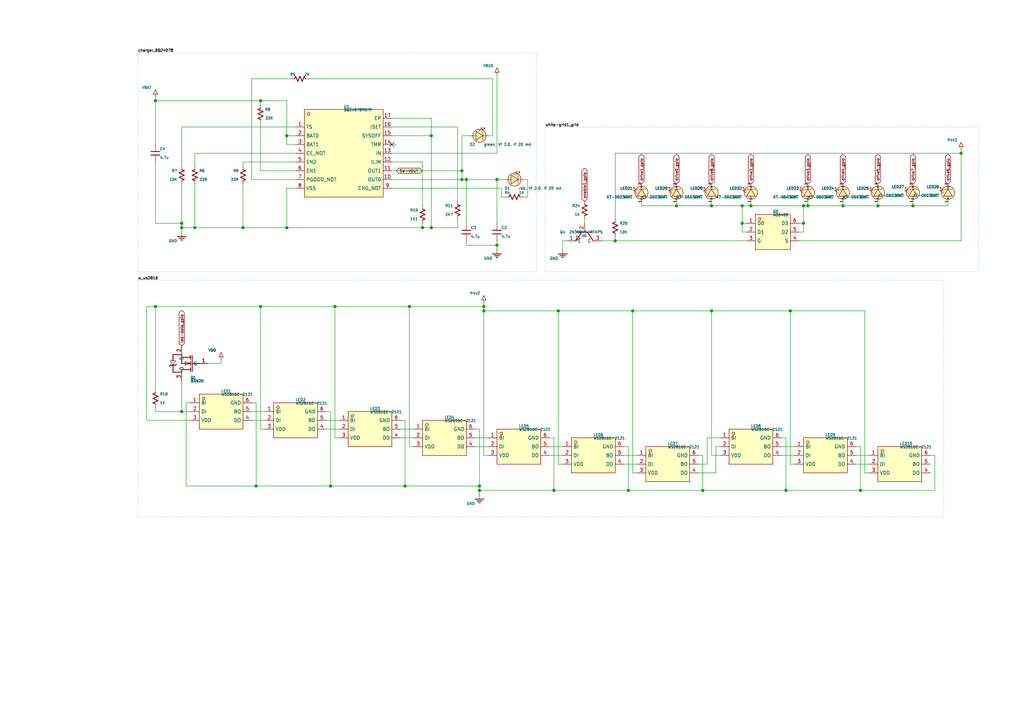
<source format=kicad_sch>
(kicad_sch (version 20230121) (generator eeschema)
  (paper "A4")
  (lib_symbols
    (symbol ""
      (property "Reference" "U" (at 2.54 1.27 0))
      (symbol "_1_0"
        (text "" (at 0 0 0) (effects (font (size 0 0))))
        (text "" (at 0 0 0) (effects (font (size 0 0))))
        (pin unspecified line (at 0 2.54 270) (length 0) (name "A") (number "~"))
        (pin unspecified line (at 0 -2.54 90) (length 0) (name "K") (number "~"))
      )
    )
    (symbol "ALTIUM_POWER_ARROW"
      (property "Value" "ALTIUM_POWER_ARROW" (at 6.35 -1.27 0))
      (symbol "ALTIUM_POWER_ARROW_1_0"
        (pin unspecified line (at 0 0 0) (length 0) (name "0") (number "~"))
      )
    )
    (symbol "ALTIUM_POWER_GND_POWER"
      (property "Value" "ALTIUM_POWER_GND_POWER" (at 6.35 -2.54 0))
      (symbol "ALTIUM_POWER_GND_POWER_1_0"
        (pin unspecified line (at 0 0 0) (length 0) (name "0") (number "~"))
      )
    )
    (symbol "AO6409"
      (property "Reference" "U" (at 0 5.54 0))
      (property "Value" "AO6409" (at 0 4.54 0))
      (symbol "AO6409_1_0"
        (pin unspecified line (at -7.62 2.54 0) (length 2.54) (name "D0") (number "~"))
        (pin unspecified line (at -7.62 0 0) (length 2.54) (name "D1") (number "~"))
        (pin unspecified line (at 7.62 0 180) (length 2.54) (name "D2") (number "~"))
        (pin unspecified line (at 7.62 2.54 180) (length 2.54) (name "D3") (number "~"))
        (pin unspecified line (at -7.62 -2.54 0) (length 2.54) (name "G") (number "~"))
        (pin unspecified line (at 7.62 -2.54 180) (length 2.54) (name "S") (number "~"))
      )
    )
    (symbol "AP2125K_2_8TRG1"
      (property "Reference" "U" (at 0 5.54 0))
      (property "Value" "AP2125K_2_8TRG1" (at 0 4.54 0))
      (symbol "AP2125K_2_8TRG1_1_0"
        (pin unspecified line (at -10.16 -2.54 0) (length 2.54) (name "CE") (number "~"))
        (pin unspecified line (at -10.16 0 0) (length 2.54) (name "GND") (number "~"))
        (pin unspecified line (at 10.16 -2.54 180) (length 2.54) (name "NC") (number "~"))
        (pin unspecified line (at -10.16 2.54 0) (length 2.54) (name "VIN") (number "~"))
        (pin unspecified line (at 10.16 2.54 180) (length 2.54) (name "VOUT") (number "~"))
      )
    )
    (symbol "BQ24078RGTR"
      (property "Reference" "U" (at 0 13.16 0))
      (property "Value" "BQ24078RGTR" (at 0 12.16 0))
      (symbol "BQ24078RGTR_1_0"
        (pin unspecified line (at -13.97 5.08 0) (length 2.54) (name "BAT0") (number "~"))
        (pin unspecified line (at -13.97 2.54 0) (length 2.54) (name "BAT1") (number "~"))
        (pin unspecified line (at -13.97 0 0) (length 2.54) (name "CE_NOT") (number "~"))
        (pin unspecified line (at 13.97 -10.16 180) (length 2.54) (name "CHG_NOT") (number "~"))
        (pin unspecified line (at -13.97 -5.08 0) (length 2.54) (name "EN1") (number "~"))
        (pin unspecified line (at -13.97 -2.54 0) (length 2.54) (name "EN2") (number "~"))
        (pin unspecified line (at 13.97 10.16 180) (length 2.54) (name "EP") (number "~"))
        (pin unspecified line (at 13.97 -2.54 180) (length 2.54) (name "ILIM") (number "~"))
        (pin unspecified line (at 13.97 0 180) (length 2.54) (name "IN") (number "~"))
        (pin unspecified line (at 13.97 7.62 180) (length 2.54) (name "ISET") (number "~"))
        (pin unspecified line (at 13.97 -7.62 180) (length 2.54) (name "OUT0") (number "~"))
        (pin unspecified line (at 13.97 -5.08 180) (length 2.54) (name "OUT1") (number "~"))
        (pin unspecified line (at -13.97 -7.62 0) (length 2.54) (name "PGOOD_NOT") (number "~"))
        (pin unspecified line (at 13.97 5.08 180) (length 2.54) (name "SYSOFF") (number "~"))
        (pin unspecified line (at 13.97 2.54 180) (length 2.54) (name "TMR") (number "~"))
        (pin unspecified line (at -13.97 7.62 0) (length 2.54) (name "TS") (number "~"))
        (pin unspecified line (at -13.97 -10.16 0) (length 2.54) (name "VSS") (number "~"))
      )
    )
    (symbol "BSN20"
      (property "Reference" "U" (at 0 5.54 0))
      (property "Value" "BSN20" (at 0 4.54 0))
      (symbol "BSN20_1_0"
        (pin unspecified line (at 2.54 5.08 270) (length 2.54) (name "D") (number "~"))
        (pin unspecified line (at -5.08 0 0) (length 2.54) (name "G") (number "~"))
        (pin unspecified line (at 2.54 -5.08 90) (length 2.54) (name "S") (number "~"))
      )
    )
    (symbol "BSS138_C713688"
      (property "Reference" "U" (at 0 5.54 0))
      (property "Value" "BSS138_C713688" (at 0 4.54 0))
      (symbol "BSS138_C713688_1_0"
        (pin unspecified line (at 0 5.08 270) (length 2.54) (name "D") (number "~"))
        (pin unspecified line (at -7.62 0 0) (length 2.54) (name "G") (number "~"))
        (pin unspecified line (at 0 -5.08 90) (length 2.54) (name "S") (number "~"))
      )
    )
    (symbol "C111117"
      (property "Reference" "X" (at 0 3 0))
      (property "Value" "C111117" (at 0 2 0))
      (symbol "C111117_1_0"
        (pin unspecified line (at -5.08 0 0) (length 2.54) (name "1") (number "1"))
        (pin unspecified line (at 5.08 0 180) (length 2.54) (name "2") (number "2"))
      )
    )
    (symbol "C112137"
      (property "Reference" "U" (at 0 6.81 0))
      (property "Value" "C112137" (at 0 5.81 0))
      (symbol "C112137_1_0"
        (pin unspecified line (at -10.16 3.81 0) (length 2.54) (name "SD_NOT") (number "1"))
        (pin unspecified line (at -10.16 1.27 0) (length 2.54) (name "NC") (number "2"))
        (pin unspecified line (at -10.16 -1.27 0) (length 2.54) (name "IN+") (number "3"))
        (pin unspecified line (at -10.16 -3.81 0) (length 2.54) (name "IN-") (number "4"))
        (pin unspecified line (at 10.16 -3.81 180) (length 2.54) (name "VO+") (number "5"))
        (pin unspecified line (at 10.16 -1.27 180) (length 2.54) (name "VDD") (number "6"))
        (pin unspecified line (at 10.16 1.27 180) (length 2.54) (name "GND") (number "7"))
        (pin unspecified line (at 10.16 3.81 180) (length 2.54) (name "VO-") (number "8"))
      )
    )
    (symbol "C115833"
      (property "Reference" "Q" (at 0 5.54 0))
      (property "Value" "C115833" (at 0 4.54 0))
      (symbol "C115833_1_0"
        (pin unspecified line (at -7.62 2.54 0) (length 2.54) (name "D0") (number "1"))
        (pin unspecified line (at -7.62 0 0) (length 2.54) (name "D1") (number "2"))
        (pin unspecified line (at -7.62 -2.54 0) (length 2.54) (name "G") (number "3"))
        (pin unspecified line (at 7.62 -2.54 180) (length 2.54) (name "S") (number "4"))
        (pin unspecified line (at 7.62 0 180) (length 2.54) (name "D2") (number "5"))
        (pin unspecified line (at 7.62 2.54 180) (length 2.54) (name "D3") (number "6"))
      )
    )
    (symbol "C116157"
      (property "Reference" "Q" (at 0 5.54 0))
      (property "Value" "C116157" (at 0 4.54 0))
      (symbol "C116157_1_0"
        (pin unspecified line (at -5.08 0 0) (length 2.54) (name "G") (number "1"))
        (pin unspecified line (at 2.54 -5.08 90) (length 2.54) (name "S") (number "2"))
        (pin unspecified line (at 2.54 5.08 270) (length 2.54) (name "D") (number "3"))
      )
    )
    (symbol "C176952"
      (property "Reference" "U" (at 0 5.54 0))
      (property "Value" "C176952" (at 0 4.54 0))
      (symbol "C176952_1_0"
        (pin unspecified line (at -10.16 2.54 0) (length 2.54) (name "VIN") (number "1"))
        (pin unspecified line (at -10.16 0 0) (length 2.54) (name "GND") (number "2"))
        (pin unspecified line (at -10.16 -2.54 0) (length 2.54) (name "CE") (number "3"))
        (pin unspecified line (at 10.16 -2.54 180) (length 2.54) (name "NC") (number "4"))
        (pin unspecified line (at 10.16 2.54 180) (length 2.54) (name "VOUT") (number "5"))
      )
    )
    (symbol "C18536"
      (property "Reference" "Q" (at 0 5.54 0))
      (property "Value" "C18536" (at 0 4.54 0))
      (symbol "C18536_1_0"
        (pin unspecified line (at 2.54 -5.08 90) (length 2.54) (name "E") (number "1"))
        (pin unspecified line (at -2.54 0 0) (length 2.54) (name "B") (number "2"))
        (pin unspecified line (at 2.54 5.08 270) (length 2.54) (name "C") (number "3"))
      )
    )
    (symbol "C221896"
      (property "Reference" "SW" (at 0 5.54 0))
      (property "Value" "C221896" (at 0 4.54 0))
      (symbol "C221896_1_0"
        (pin unspecified line (at -10.16 2.54 0) (length 5.08) (name "1") (number "1"))
        (pin unspecified line (at 10.16 2.54 180) (length 5.08) (name "2") (number "2"))
        (pin unspecified line (at -10.16 -2.54 0) (length 5.08) (name "3") (number "3"))
        (pin unspecified line (at 10.16 -2.54 180) (length 5.08) (name "4") (number "4"))
      )
    )
    (symbol "C221896_1"
      (property "Reference" "SW" (at 0 5.54 0))
      (property "Value" "C221896_1" (at 0 4.54 0))
      (symbol "C221896_1_1_0"
        (pin unspecified line (at -10.16 2.54 0) (length 5.08) (name "1") (number "1"))
        (pin unspecified line (at 10.16 2.54 180) (length 5.08) (name "2") (number "2"))
        (pin unspecified line (at -10.16 -2.54 0) (length 5.08) (name "3") (number "3"))
        (pin unspecified line (at 10.16 -2.54 180) (length 5.08) (name "4") (number "4"))
      )
    )
    (symbol "C221896_2"
      (property "Reference" "SW" (at 0 5.54 0))
      (property "Value" "C221896_2" (at 0 4.54 0))
      (symbol "C221896_2_1_0"
        (pin unspecified line (at -10.16 2.54 0) (length 5.08) (name "1") (number "1"))
        (pin unspecified line (at 10.16 2.54 180) (length 5.08) (name "2") (number "2"))
        (pin unspecified line (at -10.16 -2.54 0) (length 5.08) (name "3") (number "3"))
        (pin unspecified line (at 10.16 -2.54 180) (length 5.08) (name "4") (number "4"))
      )
    )
    (symbol "C221896_3"
      (property "Reference" "SW" (at 0 5.54 0))
      (property "Value" "C221896_3" (at 0 4.54 0))
      (symbol "C221896_3_1_0"
        (pin unspecified line (at -10.16 2.54 0) (length 5.08) (name "1") (number "1"))
        (pin unspecified line (at 10.16 2.54 180) (length 5.08) (name "2") (number "2"))
        (pin unspecified line (at -10.16 -2.54 0) (length 5.08) (name "3") (number "3"))
        (pin unspecified line (at 10.16 -2.54 180) (length 5.08) (name "4") (number "4"))
      )
    )
    (symbol "C221896_4"
      (property "Reference" "SW" (at 0 5.54 0))
      (property "Value" "C221896_4" (at 0 4.54 0))
      (symbol "C221896_4_1_0"
        (pin unspecified line (at -10.16 2.54 0) (length 5.08) (name "1") (number "1"))
        (pin unspecified line (at 10.16 2.54 180) (length 5.08) (name "2") (number "2"))
        (pin unspecified line (at -10.16 -2.54 0) (length 5.08) (name "3") (number "3"))
        (pin unspecified line (at 10.16 -2.54 180) (length 5.08) (name "4") (number "4"))
      )
    )
    (symbol "C221896_5"
      (property "Reference" "SW" (at 0 5.54 0))
      (property "Value" "C221896_5" (at 0 4.54 0))
      (symbol "C221896_5_1_0"
        (pin unspecified line (at -10.16 2.54 0) (length 5.08) (name "1") (number "1"))
        (pin unspecified line (at 10.16 2.54 180) (length 5.08) (name "2") (number "2"))
        (pin unspecified line (at -10.16 -2.54 0) (length 5.08) (name "3") (number "3"))
        (pin unspecified line (at 10.16 -2.54 180) (length 5.08) (name "4") (number "4"))
      )
    )
    (symbol "C221896_6"
      (property "Reference" "SW" (at 0 5.54 0))
      (property "Value" "C221896_6" (at 0 4.54 0))
      (symbol "C221896_6_1_0"
        (pin unspecified line (at -10.16 2.54 0) (length 5.08) (name "1") (number "1"))
        (pin unspecified line (at 10.16 2.54 180) (length 5.08) (name "2") (number "2"))
        (pin unspecified line (at -10.16 -2.54 0) (length 5.08) (name "3") (number "3"))
        (pin unspecified line (at 10.16 -2.54 180) (length 5.08) (name "4") (number "4"))
      )
    )
    (symbol "C221896_7"
      (property "Reference" "SW" (at 0 5.54 0))
      (property "Value" "C221896_7" (at 0 4.54 0))
      (symbol "C221896_7_1_0"
        (pin unspecified line (at -10.16 2.54 0) (length 5.08) (name "1") (number "1"))
        (pin unspecified line (at 10.16 2.54 180) (length 5.08) (name "2") (number "2"))
        (pin unspecified line (at -10.16 -2.54 0) (length 5.08) (name "3") (number "3"))
        (pin unspecified line (at 10.16 -2.54 180) (length 5.08) (name "4") (number "4"))
      )
    )
    (symbol "C221896_8"
      (property "Reference" "SW" (at 0 5.54 0))
      (property "Value" "C221896_8" (at 0 4.54 0))
      (symbol "C221896_8_1_0"
        (pin unspecified line (at -10.16 2.54 0) (length 5.08) (name "1") (number "1"))
        (pin unspecified line (at 10.16 2.54 180) (length 5.08) (name "2") (number "2"))
        (pin unspecified line (at -10.16 -2.54 0) (length 5.08) (name "3") (number "3"))
        (pin unspecified line (at 10.16 -2.54 180) (length 5.08) (name "4") (number "4"))
      )
    )
    (symbol "C221896_9"
      (property "Reference" "SW" (at 0 5.54 0))
      (property "Value" "C221896_9" (at 0 4.54 0))
      (symbol "C221896_9_1_0"
        (pin unspecified line (at -10.16 2.54 0) (length 5.08) (name "1") (number "1"))
        (pin unspecified line (at 10.16 2.54 180) (length 5.08) (name "2") (number "2"))
        (pin unspecified line (at -10.16 -2.54 0) (length 5.08) (name "3") (number "3"))
        (pin unspecified line (at 10.16 -2.54 180) (length 5.08) (name "4") (number "4"))
      )
    )
    (symbol "C2290"
      (property "Reference" "LED" (at 2.54 1.27 0))
      (property "Value" "C2290" (at 2.54 -1.27 0))
      (symbol "C2290_1_0"
        (text "" (at 0 0 0) (effects (font (size 0 0))))
        (text "" (at 0 0 0) (effects (font (size 0 0))))
        (pin unspecified line (at 0 2.54 270) (length 0) (name "A") (number "1"))
        (pin unspecified line (at 0 -2.54 90) (length 0) (name "K") (number "2"))
      )
    )
    (symbol "C2874119"
      (property "Reference" "LED" (at 0 8.08 0))
      (property "Value" "C2874119" (at 0 7.08 0))
      (symbol "C2874119_1_0"
        (pin unspecified line (at 5.08 0 180) (length 2.54) (name "1") (number "1"))
        (pin unspecified line (at -7.62 -5.08 0) (length 2.54) (name "B") (number "2"))
        (pin unspecified line (at -7.62 5.08 0) (length 2.54) (name "G") (number "3"))
        (pin unspecified line (at -7.62 0 0) (length 2.54) (name "R") (number "4"))
      )
    )
    (symbol "C2921483"
      (property "Reference" "U" (at 0 6.81 0))
      (property "Value" "C2921483" (at 0 5.81 0))
      (symbol "C2921483_1_0"
        (pin unspecified line (at -16.51 3.81 0) (length 2.54) (name "NOT_CS") (number "1"))
        (pin unspecified line (at -16.51 1.27 0) (length 2.54) (name "DO_IO1") (number "2"))
        (pin unspecified line (at -16.51 -1.27 0) (length 2.54) (name "IO2") (number "3"))
        (pin unspecified line (at -16.51 -3.81 0) (length 2.54) (name "GND") (number "4"))
        (pin unspecified line (at 16.51 -3.81 180) (length 2.54) (name "DI_IO0") (number "5"))
        (pin unspecified line (at 16.51 -1.27 180) (length 2.54) (name "CLK") (number "6"))
        (pin unspecified line (at 16.51 1.27 180) (length 2.54) (name "IO") (number "7"))
        (pin unspecified line (at 16.51 3.81 180) (length 2.54) (name "VCC") (number "8"))
      )
    )
    (symbol "C294620"
      (property "Reference" "D" (at 0 8.08 0))
      (property "Value" "C294620" (at 0 7.08 0))
      (symbol "C294620_1_0"
        (pin unspecified line (at -10.16 5.08 0) (length 2.54) (name "CH1") (number "1"))
        (pin unspecified line (at 10.16 5.08 180) (length 2.54) (name "nc3") (number "10"))
        (pin unspecified line (at -10.16 2.54 0) (length 2.54) (name "CH2") (number "2"))
        (pin unspecified line (at -10.16 0 0) (length 2.54) (name "GND0") (number "3"))
        (pin unspecified line (at -10.16 -2.54 0) (length 2.54) (name "CH3") (number "4"))
        (pin unspecified line (at -10.16 -5.08 0) (length 2.54) (name "CH4") (number "5"))
        (pin unspecified line (at 10.16 -5.08 180) (length 2.54) (name "nc0") (number "6"))
        (pin unspecified line (at 10.16 -2.54 180) (length 2.54) (name "nc1") (number "7"))
        (pin unspecified line (at 10.16 0 180) (length 2.54) (name "GND1") (number "8"))
        (pin unspecified line (at 10.16 2.54 180) (length 2.54) (name "nc2") (number "9"))
      )
    )
    (symbol "C470291"
      (property "Reference" "R" (at 0 5.54 0))
      (property "Value" "C470291" (at 0 4.54 0))
      (symbol "C470291_1_0"
        (pin unspecified line (at 5.08 0 180) (length 2.54) (name "1") (number "1"))
        (pin unspecified line (at 0 5.08 270) (length 2.54) (name "2") (number "2"))
        (pin unspecified line (at -5.08 0 0) (length 2.54) (name "3") (number "3"))
        (pin unspecified line (at 5.08 -3.81 180) (length 2.54) (name "4") (number "4"))
        (pin unspecified line (at 5.08 -5.08 180) (length 2.54) (name "5") (number "5"))
      )
    )
    (symbol "C470291_1"
      (property "Reference" "R" (at 0 5.54 0))
      (property "Value" "C470291_1" (at 0 4.54 0))
      (symbol "C470291_1_1_0"
        (pin unspecified line (at 5.08 0 180) (length 2.54) (name "1") (number "1"))
        (pin unspecified line (at 0 5.08 270) (length 2.54) (name "2") (number "2"))
        (pin unspecified line (at -5.08 0 0) (length 2.54) (name "3") (number "3"))
        (pin unspecified line (at 5.08 -3.81 180) (length 2.54) (name "4") (number "4"))
        (pin unspecified line (at 5.08 -5.08 180) (length 2.54) (name "5") (number "5"))
      )
    )
    (symbol "C473396"
      (property "Reference" "U" (at 0 13.16 0))
      (property "Value" "C473396" (at 0 12.16 0))
      (symbol "C473396_1_0"
        (pin unspecified line (at -13.97 7.62 0) (length 2.54) (name "TS") (number "1"))
        (pin unspecified line (at 13.97 -7.62 180) (length 2.54) (name "OUT0") (number "10"))
        (pin unspecified line (at 13.97 -5.08 180) (length 2.54) (name "OUT1") (number "11"))
        (pin unspecified line (at 13.97 -2.54 180) (length 2.54) (name "ILIM") (number "12"))
        (pin unspecified line (at 13.97 0 180) (length 2.54) (name "IN") (number "13"))
        (pin unspecified line (at 13.97 2.54 180) (length 2.54) (name "TMR") (number "14"))
        (pin unspecified line (at 13.97 5.08 180) (length 2.54) (name "SYSOFF") (number "15"))
        (pin unspecified line (at 13.97 7.62 180) (length 2.54) (name "ISET") (number "16"))
        (pin unspecified line (at 13.97 10.16 180) (length 2.54) (name "EP") (number "17"))
        (pin unspecified line (at -13.97 5.08 0) (length 2.54) (name "BAT0") (number "2"))
        (pin unspecified line (at -13.97 2.54 0) (length 2.54) (name "BAT1") (number "3"))
        (pin unspecified line (at -13.97 0 0) (length 2.54) (name "CE_NOT") (number "4"))
        (pin unspecified line (at -13.97 -2.54 0) (length 2.54) (name "EN2") (number "5"))
        (pin unspecified line (at -13.97 -5.08 0) (length 2.54) (name "EN1") (number "6"))
        (pin unspecified line (at -13.97 -7.62 0) (length 2.54) (name "PGOOD_NOT") (number "7"))
        (pin unspecified line (at -13.97 -10.16 0) (length 2.54) (name "VSS") (number "8"))
        (pin unspecified line (at 13.97 -10.16 180) (length 2.54) (name "CHG_NOT") (number "9"))
      )
    )
    (symbol "C47647"
      (property "Reference" "CN" (at 0 6.81 0))
      (property "Value" "C47647" (at 0 5.81 0))
      (symbol "C47647_1_0"
        (pin unspecified line (at -3.81 1.27 0) (length 2.54) (name "1") (number "1"))
        (pin unspecified line (at -3.81 -1.27 0) (length 2.54) (name "2") (number "2"))
        (pin unspecified line (at 2.54 -6.35 90) (length 2.54) (name "3") (number "3"))
        (pin unspecified line (at 2.54 6.35 270) (length 2.54) (name "4") (number "4"))
      )
    )
    (symbol "C530613"
      (property "Reference" "USB" (at 0 16.97 0))
      (property "Value" "C530613" (at 0 15.97 0))
      (symbol "C530613_1_0"
        (pin unspecified line (at -11.43 13.97 0) (length 2.54) (name "GND0") (number "1"))
        (pin unspecified line (at -11.43 -8.89 0) (length 2.54) (name "VBUS1") (number "10"))
        (pin unspecified line (at -11.43 -11.43 0) (length 2.54) (name "SBU1") (number "11"))
        (pin unspecified line (at -11.43 -13.97 0) (length 2.54) (name "GND1") (number "12"))
        (pin unspecified line (at 10.16 -3.81 180) (length 2.54) (name "SHELL0") (number "13"))
        (pin unspecified line (at 10.16 -1.27 180) (length 2.54) (name "SHELL1") (number "14"))
        (pin unspecified line (at 10.16 1.27 180) (length 2.54) (name "SHELL2") (number "15"))
        (pin unspecified line (at 10.16 3.81 180) (length 2.54) (name "SHELL3") (number "16"))
        (pin unspecified line (at -11.43 11.43 0) (length 2.54) (name "CC1") (number "2"))
        (pin unspecified line (at -11.43 8.89 0) (length 2.54) (name "VBUS0") (number "3"))
        (pin unspecified line (at -11.43 6.35 0) (length 2.54) (name "D+0") (number "4"))
        (pin unspecified line (at -11.43 3.81 0) (length 2.54) (name "SBU2") (number "5"))
        (pin unspecified line (at -11.43 1.27 0) (length 2.54) (name "D-0") (number "6"))
        (pin unspecified line (at -11.43 -1.27 0) (length 2.54) (name "D+1") (number "7"))
        (pin unspecified line (at -11.43 -3.81 0) (length 2.54) (name "CC2") (number "8"))
        (pin unspecified line (at -11.43 -6.35 0) (length 2.54) (name "D-1") (number "9"))
      )
    )
    (symbol "C713688"
      (property "Reference" "Q" (at 0 5.54 0))
      (property "Value" "C713688" (at 0 4.54 0))
      (symbol "C713688_1_0"
        (pin unspecified line (at -7.62 0 0) (length 2.54) (name "G") (number "1"))
        (pin unspecified line (at 0 -5.08 90) (length 2.54) (name "S") (number "2"))
        (pin unspecified line (at 0 5.08 270) (length 2.54) (name "D") (number "3"))
      )
    )
    (symbol "C778186"
      (property "Reference" "SW" (at 0 3 0))
      (property "Value" "C778186" (at 0 2 0))
      (symbol "C778186_1_0"
        (text "A" (at -3.048 2.54 0) (effects (font (size 1 1)) (justify left)))
        (text "B" (at 2.032 3.556 0) (effects (font (size 1 1)) (justify left)))
        (pin unspecified line (at -5.08 -5.08 90) (length 4.318) (name "1") (number "1"))
        (pin unspecified line (at 0 -5.08 90) (length 4.318) (name "2") (number "2"))
        (pin unspecified line (at 5.08 -5.08 90) (length 4.318) (name "3") (number "3"))
        (pin unspecified line (at 7.62 -5.08 90) (length 5.08) (name "4") (number "4"))
        (pin unspecified line (at 10.16 -5.08 90) (length 5.08) (name "5") (number "5"))
        (pin unspecified line (at -7.62 -5.08 90) (length 5.08) (name "6") (number "6"))
        (pin unspecified line (at -10.16 -5.08 90) (length 5.08) (name "7") (number "7"))
      )
    )
    (symbol "C81598"
      (property "Reference" "D" (at 2.54 1.27 0))
      (property "Value" "C81598" (at 2.54 -1.27 0))
      (symbol "C81598_1_0"
        (text "" (at 0 0 0) (effects (font (size 0 0))))
        (text "" (at 0 0 0) (effects (font (size 0 0))))
        (pin unspecified line (at 0 -2.54 90) (length 0) (name "K") (number "1"))
        (pin unspecified line (at 0 2.54 270) (length 0) (name "A") (number "2"))
      )
    )
    (symbol "C81598_1"
      (property "Reference" "D" (at 2.54 1.27 0))
      (property "Value" "C81598_1" (at 2.54 -1.27 0))
      (symbol "C81598_1_1_0"
        (text "" (at 0 0 0) (effects (font (size 0 0))))
        (text "" (at 0 0 0) (effects (font (size 0 0))))
        (pin unspecified line (at 0 -2.54 90) (length 0) (name "K") (number "1"))
        (pin unspecified line (at 0 2.54 270) (length 0) (name "A") (number "2"))
      )
    )
    (symbol "C81598_2"
      (property "Reference" "D" (at 2.54 1.27 0))
      (property "Value" "C81598_2" (at 2.54 -1.27 0))
      (symbol "C81598_2_1_0"
        (text "" (at 0 0 0) (effects (font (size 0 0))))
        (text "" (at 0 0 0) (effects (font (size 0 0))))
        (pin unspecified line (at 0 -2.54 90) (length 0) (name "K") (number "1"))
        (pin unspecified line (at 0 2.54 270) (length 0) (name "A") (number "2"))
      )
    )
    (symbol "C81598_3"
      (property "Reference" "D" (at 2.54 1.27 0))
      (property "Value" "C81598_3" (at 2.54 -1.27 0))
      (symbol "C81598_3_1_0"
        (text "" (at 0 0 0) (effects (font (size 0 0))))
        (text "" (at 0 0 0) (effects (font (size 0 0))))
        (pin unspecified line (at 0 -2.54 90) (length 0) (name "K") (number "1"))
        (pin unspecified line (at 0 2.54 270) (length 0) (name "A") (number "2"))
      )
    )
    (symbol "C81598_4"
      (property "Reference" "D" (at 2.54 1.27 0))
      (property "Value" "C81598_4" (at 2.54 -1.27 0))
      (symbol "C81598_4_1_0"
        (text "" (at 0 0 0) (effects (font (size 0 0))))
        (text "" (at 0 0 0) (effects (font (size 0 0))))
        (pin unspecified line (at 0 -2.54 90) (length 0) (name "K") (number "1"))
        (pin unspecified line (at 0 2.54 270) (length 0) (name "A") (number "2"))
      )
    )
    (symbol "C81598_5"
      (property "Reference" "D" (at 2.54 1.27 0))
      (property "Value" "C81598_5" (at 2.54 -1.27 0))
      (symbol "C81598_5_1_0"
        (text "" (at 0 0 0) (effects (font (size 0 0))))
        (text "" (at 0 0 0) (effects (font (size 0 0))))
        (pin unspecified line (at 0 -2.54 90) (length 0) (name "K") (number "1"))
        (pin unspecified line (at 0 2.54 270) (length 0) (name "A") (number "2"))
      )
    )
    (symbol "C81598_6"
      (property "Reference" "D" (at 2.54 1.27 0))
      (property "Value" "C81598_6" (at 2.54 -1.27 0))
      (symbol "C81598_6_1_0"
        (text "" (at 0 0 0) (effects (font (size 0 0))))
        (text "" (at 0 0 0) (effects (font (size 0 0))))
        (pin unspecified line (at 0 -2.54 90) (length 0) (name "K") (number "1"))
        (pin unspecified line (at 0 2.54 270) (length 0) (name "A") (number "2"))
      )
    )
    (symbol "C81598_7"
      (property "Reference" "D" (at 2.54 1.27 0))
      (property "Value" "C81598_7" (at 2.54 -1.27 0))
      (symbol "C81598_7_1_0"
        (text "" (at 0 0 0) (effects (font (size 0 0))))
        (text "" (at 0 0 0) (effects (font (size 0 0))))
        (pin unspecified line (at 0 -2.54 90) (length 0) (name "K") (number "1"))
        (pin unspecified line (at 0 2.54 270) (length 0) (name "A") (number "2"))
      )
    )
    (symbol "C91199"
      (property "Reference" "U" (at 0 9.35 0))
      (property "Value" "C91199" (at 0 8.35 0))
      (symbol "C91199_1_0"
        (pin unspecified line (at -12.7 6.35 0) (length 2.54) (name "VDD") (number "1"))
        (pin unspecified line (at 12.7 1.27 180) (length 2.54) (name "SCL") (number "10"))
        (pin unspecified line (at 12.7 3.81 180) (length 2.54) (name "AVDD") (number "11"))
        (pin unspecified line (at 12.7 6.35 180) (length 2.54) (name "GND4") (number "12"))
        (pin unspecified line (at -12.7 3.81 0) (length 2.54) (name "VSS") (number "2"))
        (pin unspecified line (at -12.7 1.27 0) (length 2.54) (name "GND") (number "3"))
        (pin unspecified line (at -12.7 -1.27 0) (length 2.54) (name "GND2") (number "4"))
        (pin unspecified line (at -12.7 -3.81 0) (length 2.54) (name "SHT") (number "5"))
        (pin unspecified line (at -12.7 -6.35 0) (length 2.54) (name "GND3") (number "6"))
        (pin unspecified line (at 12.7 -6.35 180) (length 2.54) (name "GP1") (number "7"))
        (pin unspecified line (at 12.7 -3.81 180) (length 2.54) (name "DNC") (number "8"))
        (pin unspecified line (at 12.7 -1.27 180) (length 2.54) (name "SDA") (number "9"))
      )
    )
    (symbol "C965561"
      (property "Reference" "LED" (at 0 5.54 0))
      (property "Value" "C965561" (at 0 4.54 0))
      (symbol "C965561_1_0"
        (pin unspecified line (at -8.89 2.54 0) (length 2.54) (name "BI") (number "1"))
        (pin unspecified line (at -8.89 0 0) (length 2.54) (name "DI") (number "2"))
        (pin unspecified line (at -8.89 -2.54 0) (length 2.54) (name "VDD") (number "3"))
        (pin unspecified line (at 8.89 -2.54 180) (length 2.54) (name "DO") (number "4"))
        (pin unspecified line (at 8.89 0 180) (length 2.54) (name "BO") (number "5"))
        (pin unspecified line (at 8.89 2.54 180) (length 2.54) (name "GND") (number "6"))
      )
    )
    (symbol "GND" (power)
      (property "Reference" "#PWR" (at 35 60 0))
      (property "Value" "GND" (at -2.54 -2.54 0))
      (symbol "GND_1_0"
        (pin power_in line (at 0 0 270) (length 0) (name "GND") (number "~"))
      )
    )
    (symbol "Generic_green_LED_0603"
      (property "Reference" "D" (at 2.54 1.27 0))
      (property "Value" "Generic_green_LED_0603" (at 2.54 -1.27 0))
      (symbol "Generic_green_LED_0603_1_0"
        (pin unspecified line (at 0 2.54 270) (length 0) (name "a") (number "a"))
        (pin unspecified line (at 0 -2.54 90) (length 0) (name "c") (number "c"))
      )
    )
    (symbol "Generic_red_LED_0603"
      (property "Reference" "D" (at 2.54 1.27 0))
      (property "Value" "Generic_red_LED_0603" (at 2.54 -1.27 0))
      (symbol "Generic_red_LED_0603_1_0"
        (pin unspecified line (at 0 2.54 270) (length 0) (name "a") (number "a"))
        (pin unspecified line (at 0 -2.54 90) (length 0) (name "c") (number "c"))
      )
    )
    (symbol "HC_49SM12MHz20pF30ppm"
      (property "Reference" "U" (at 0 3 0))
      (property "Value" "HC_49SM12MHz20pF30ppm" (at 0 2 0))
      (symbol "HC_49SM12MHz20pF30ppm_1_0"
        (pin unspecified line (at -5.08 0 0) (length 2.54) (name "1") (number "~"))
        (pin unspecified line (at 5.08 0 180) (length 2.54) (name "2") (number "~"))
      )
    )
    (symbol "MK_12C02_G025"
      (property "Reference" "U" (at 0 3 0))
      (property "Value" "MK_12C02_G025" (at 0 2 0))
      (symbol "MK_12C02_G025_1_0"
        (text "A" (at -3.048 2.54 0) (effects (font (size 1 1)) (justify left)))
        (text "B" (at 2.032 3.556 0) (effects (font (size 1 1)) (justify left)))
        (pin unspecified line (at -5.08 -5.08 90) (length 4.318) (name "1") (number "~"))
        (pin unspecified line (at 0 -5.08 90) (length 4.318) (name "2") (number "~"))
        (pin unspecified line (at 5.08 -5.08 90) (length 4.318) (name "3") (number "~"))
        (pin unspecified line (at 7.62 -5.08 90) (length 5.08) (name "4") (number "~"))
        (pin unspecified line (at 10.16 -5.08 90) (length 5.08) (name "5") (number "~"))
        (pin unspecified line (at -7.62 -5.08 90) (length 5.08) (name "6") (number "~"))
        (pin unspecified line (at -10.16 -5.08 90) (length 5.08) (name "7") (number "~"))
      )
    )
    (symbol "NH_Z1921RGBA_SF"
      (property "Reference" "U" (at 0 8.08 0))
      (property "Value" "NH_Z1921RGBA_SF" (at 0 7.08 0))
      (symbol "NH_Z1921RGBA_SF_1_0"
        (pin unspecified line (at 5.08 0 180) (length 2.54) (name "1") (number "~"))
        (pin unspecified line (at -7.62 -5.08 0) (length 2.54) (name "B") (number "~"))
        (pin unspecified line (at -7.62 5.08 0) (length 2.54) (name "G") (number "~"))
        (pin unspecified line (at -7.62 0 0) (length 2.54) (name "R") (number "~"))
      )
    )
    (symbol "P4V2" (power)
      (property "Reference" "#PWR" (at 35 60 0))
      (property "Value" "P4V2" (at -2.54 2.54 0))
      (symbol "P4V2_1_0"
        (pin power_in line (at 0 0 90) (length 0) (name "P4V2") (number "~"))
      )
    )
    (symbol "PAM8302AADCR"
      (property "Reference" "U" (at 0 6.81 0))
      (property "Value" "PAM8302AADCR" (at 0 5.81 0))
      (symbol "PAM8302AADCR_1_0"
        (pin unspecified line (at 10.16 1.27 180) (length 2.54) (name "GND") (number "~"))
        (pin unspecified line (at -10.16 -1.27 0) (length 2.54) (name "IN+") (number "~"))
        (pin unspecified line (at -10.16 -3.81 0) (length 2.54) (name "IN-") (number "~"))
        (pin unspecified line (at -10.16 1.27 0) (length 2.54) (name "NC") (number "~"))
        (pin unspecified line (at -10.16 3.81 0) (length 2.54) (name "SD_NOT") (number "~"))
        (pin unspecified line (at 10.16 -1.27 180) (length 2.54) (name "VDD") (number "~"))
        (pin unspecified line (at 10.16 -3.81 180) (length 2.54) (name "VO+") (number "~"))
        (pin unspecified line (at 10.16 3.81 180) (length 2.54) (name "VO-") (number "~"))
      )
    )
    (symbol "PH2_0_2PWB"
      (property "Reference" "U" (at 0 6.81 0))
      (property "Value" "PH2_0_2PWB" (at 0 5.81 0))
      (symbol "PH2_0_2PWB_1_0"
        (pin unspecified line (at -3.81 1.27 0) (length 2.54) (name "1") (number "~"))
        (pin unspecified line (at -3.81 -1.27 0) (length 2.54) (name "2") (number "~"))
        (pin unspecified line (at 2.54 -6.35 90) (length 2.54) (name "3") (number "~"))
        (pin unspecified line (at 2.54 6.35 270) (length 2.54) (name "4") (number "~"))
      )
    )
    (symbol "PTS810SJK250SMTRLFS"
      (property "Reference" "U" (at 0 5.54 0))
      (property "Value" "PTS810SJK250SMTRLFS" (at 0 4.54 0))
      (symbol "PTS810SJK250SMTRLFS_1_0"
        (pin unspecified line (at -10.16 2.54 0) (length 5.08) (name "1") (number "~"))
        (pin unspecified line (at 10.16 2.54 180) (length 5.08) (name "2") (number "~"))
        (pin unspecified line (at -10.16 -2.54 0) (length 5.08) (name "3") (number "~"))
        (pin unspecified line (at 10.16 -2.54 180) (length 5.08) (name "4") (number "~"))
      )
    )
    (symbol "PTS810SJK250SMTRLFS_1"
      (property "Reference" "U" (at 0 5.54 0))
      (property "Value" "PTS810SJK250SMTRLFS_1" (at 0 4.54 0))
      (symbol "PTS810SJK250SMTRLFS_1_1_0"
        (pin unspecified line (at -10.16 2.54 0) (length 5.08) (name "1") (number "~"))
        (pin unspecified line (at 10.16 2.54 180) (length 5.08) (name "2") (number "~"))
        (pin unspecified line (at -10.16 -2.54 0) (length 5.08) (name "3") (number "~"))
        (pin unspecified line (at 10.16 -2.54 180) (length 5.08) (name "4") (number "~"))
      )
    )
    (symbol "PTS810SJK250SMTRLFS_2"
      (property "Reference" "U" (at 0 5.54 0))
      (property "Value" "PTS810SJK250SMTRLFS_2" (at 0 4.54 0))
      (symbol "PTS810SJK250SMTRLFS_2_1_0"
        (pin unspecified line (at -10.16 2.54 0) (length 5.08) (name "1") (number "~"))
        (pin unspecified line (at 10.16 2.54 180) (length 5.08) (name "2") (number "~"))
        (pin unspecified line (at -10.16 -2.54 0) (length 5.08) (name "3") (number "~"))
        (pin unspecified line (at 10.16 -2.54 180) (length 5.08) (name "4") (number "~"))
      )
    )
    (symbol "PTS810SJK250SMTRLFS_3"
      (property "Reference" "U" (at 0 5.54 0))
      (property "Value" "PTS810SJK250SMTRLFS_3" (at 0 4.54 0))
      (symbol "PTS810SJK250SMTRLFS_3_1_0"
        (pin unspecified line (at -10.16 2.54 0) (length 5.08) (name "1") (number "~"))
        (pin unspecified line (at 10.16 2.54 180) (length 5.08) (name "2") (number "~"))
        (pin unspecified line (at -10.16 -2.54 0) (length 5.08) (name "3") (number "~"))
        (pin unspecified line (at 10.16 -2.54 180) (length 5.08) (name "4") (number "~"))
      )
    )
    (symbol "PTS810SJK250SMTRLFS_4"
      (property "Reference" "U" (at 0 5.54 0))
      (property "Value" "PTS810SJK250SMTRLFS_4" (at 0 4.54 0))
      (symbol "PTS810SJK250SMTRLFS_4_1_0"
        (pin unspecified line (at -10.16 2.54 0) (length 5.08) (name "1") (number "~"))
        (pin unspecified line (at 10.16 2.54 180) (length 5.08) (name "2") (number "~"))
        (pin unspecified line (at -10.16 -2.54 0) (length 5.08) (name "3") (number "~"))
        (pin unspecified line (at 10.16 -2.54 180) (length 5.08) (name "4") (number "~"))
      )
    )
    (symbol "PTS810SJK250SMTRLFS_5"
      (property "Reference" "U" (at 0 5.54 0))
      (property "Value" "PTS810SJK250SMTRLFS_5" (at 0 4.54 0))
      (symbol "PTS810SJK250SMTRLFS_5_1_0"
        (pin unspecified line (at -10.16 2.54 0) (length 5.08) (name "1") (number "~"))
        (pin unspecified line (at 10.16 2.54 180) (length 5.08) (name "2") (number "~"))
        (pin unspecified line (at -10.16 -2.54 0) (length 5.08) (name "3") (number "~"))
        (pin unspecified line (at 10.16 -2.54 180) (length 5.08) (name "4") (number "~"))
      )
    )
    (symbol "PTS810SJK250SMTRLFS_6"
      (property "Reference" "U" (at 0 5.54 0))
      (property "Value" "PTS810SJK250SMTRLFS_6" (at 0 4.54 0))
      (symbol "PTS810SJK250SMTRLFS_6_1_0"
        (pin unspecified line (at -10.16 2.54 0) (length 5.08) (name "1") (number "~"))
        (pin unspecified line (at 10.16 2.54 180) (length 5.08) (name "2") (number "~"))
        (pin unspecified line (at -10.16 -2.54 0) (length 5.08) (name "3") (number "~"))
        (pin unspecified line (at 10.16 -2.54 180) (length 5.08) (name "4") (number "~"))
      )
    )
    (symbol "PTS810SJK250SMTRLFS_7"
      (property "Reference" "U" (at 0 5.54 0))
      (property "Value" "PTS810SJK250SMTRLFS_7" (at 0 4.54 0))
      (symbol "PTS810SJK250SMTRLFS_7_1_0"
        (pin unspecified line (at -10.16 2.54 0) (length 5.08) (name "1") (number "~"))
        (pin unspecified line (at 10.16 2.54 180) (length 5.08) (name "2") (number "~"))
        (pin unspecified line (at -10.16 -2.54 0) (length 5.08) (name "3") (number "~"))
        (pin unspecified line (at 10.16 -2.54 180) (length 5.08) (name "4") (number "~"))
      )
    )
    (symbol "PTS810SJK250SMTRLFS_8"
      (property "Reference" "U" (at 0 5.54 0))
      (property "Value" "PTS810SJK250SMTRLFS_8" (at 0 4.54 0))
      (symbol "PTS810SJK250SMTRLFS_8_1_0"
        (pin unspecified line (at -10.16 2.54 0) (length 5.08) (name "1") (number "~"))
        (pin unspecified line (at 10.16 2.54 180) (length 5.08) (name "2") (number "~"))
        (pin unspecified line (at -10.16 -2.54 0) (length 5.08) (name "3") (number "~"))
        (pin unspecified line (at 10.16 -2.54 180) (length 5.08) (name "4") (number "~"))
      )
    )
    (symbol "PTS810SJK250SMTRLFS_9"
      (property "Reference" "U" (at 0 5.54 0))
      (property "Value" "PTS810SJK250SMTRLFS_9" (at 0 4.54 0))
      (symbol "PTS810SJK250SMTRLFS_9_1_0"
        (pin unspecified line (at -10.16 2.54 0) (length 5.08) (name "1") (number "~"))
        (pin unspecified line (at 10.16 2.54 180) (length 5.08) (name "2") (number "~"))
        (pin unspecified line (at -10.16 -2.54 0) (length 5.08) (name "3") (number "~"))
        (pin unspecified line (at 10.16 -2.54 180) (length 5.08) (name "4") (number "~"))
      )
    )
    (symbol "PUSB3FR4"
      (property "Reference" "U" (at 0 8.08 0))
      (property "Value" "PUSB3FR4" (at 0 7.08 0))
      (symbol "PUSB3FR4_1_0"
        (pin unspecified line (at -10.16 5.08 0) (length 2.54) (name "CH1") (number "~"))
        (pin unspecified line (at -10.16 2.54 0) (length 2.54) (name "CH2") (number "~"))
        (pin unspecified line (at -10.16 -2.54 0) (length 2.54) (name "CH3") (number "~"))
        (pin unspecified line (at -10.16 -5.08 0) (length 2.54) (name "CH4") (number "~"))
        (pin unspecified line (at -10.16 0 0) (length 2.54) (name "GND0") (number "~"))
        (pin unspecified line (at 10.16 0 180) (length 2.54) (name "GND1") (number "~"))
        (pin unspecified line (at 10.16 -5.08 180) (length 2.54) (name "nc0") (number "~"))
        (pin unspecified line (at 10.16 -2.54 180) (length 2.54) (name "nc1") (number "~"))
        (pin unspecified line (at 10.16 2.54 180) (length 2.54) (name "nc2") (number "~"))
        (pin unspecified line (at 10.16 5.08 180) (length 2.54) (name "nc3") (number "~"))
      )
    )
    (symbol "RK09K1130ACL"
      (property "Reference" "U" (at 0 5.54 0))
      (property "Value" "RK09K1130ACL" (at 0 4.54 0))
      (symbol "RK09K1130ACL_1_0"
        (pin unspecified line (at 5.08 0 180) (length 2.54) (name "1") (number "~"))
        (pin unspecified line (at 0 5.08 270) (length 2.54) (name "2") (number "~"))
        (pin unspecified line (at -5.08 0 0) (length 2.54) (name "3") (number "~"))
        (pin unspecified line (at 5.08 -3.81 180) (length 2.54) (name "4") (number "~"))
        (pin unspecified line (at 5.08 -5.08 180) (length 2.54) (name "5") (number "~"))
      )
    )
    (symbol "RK09K1130ACL_1"
      (property "Reference" "U" (at 0 5.54 0))
      (property "Value" "RK09K1130ACL_1" (at 0 4.54 0))
      (symbol "RK09K1130ACL_1_1_0"
        (pin unspecified line (at 5.08 0 180) (length 2.54) (name "1") (number "~"))
        (pin unspecified line (at 0 5.08 270) (length 2.54) (name "2") (number "~"))
        (pin unspecified line (at -5.08 0 0) (length 2.54) (name "3") (number "~"))
        (pin unspecified line (at 5.08 -3.81 180) (length 2.54) (name "4") (number "~"))
        (pin unspecified line (at 5.08 -5.08 180) (length 2.54) (name "5") (number "~"))
      )
    )
    (symbol "Sym2n3904S_RTK_PS_C18536"
      (property "Reference" "U" (at 0 5.54 0))
      (property "Value" "Sym2n3904S_RTK_PS_C18536" (at 0 4.54 0))
      (symbol "Sym2n3904S_RTK_PS_C18536_1_0"
        (pin unspecified line (at -2.54 0 0) (length 2.54) (name "B") (number "~"))
        (pin unspecified line (at 2.54 5.08 270) (length 2.54) (name "C") (number "~"))
        (pin unspecified line (at 2.54 -5.08 90) (length 2.54) (name "E") (number "~"))
      )
    )
    (symbol "Sym_1"
      (property "Reference" "U" (at 2.54 1.27 0))
      (property "Value" "Sym_1" (at 2.54 -1.27 0))
      (symbol "Sym_1_1_0"
        (text "" (at 0 0 0) (effects (font (size 0 0))))
        (text "" (at 0 0 0) (effects (font (size 0 0))))
        (pin unspecified line (at 0 2.54 270) (length 0) (name "A") (number "~"))
        (pin unspecified line (at 0 -2.54 90) (length 0) (name "K") (number "~"))
      )
    )
    (symbol "Sym_2"
      (property "Reference" "U" (at 2.54 1.27 0))
      (property "Value" "Sym_2" (at 2.54 -1.27 0))
      (symbol "Sym_2_1_0"
        (text "" (at 0 0 0) (effects (font (size 0 0))))
        (text "" (at 0 0 0) (effects (font (size 0 0))))
        (pin unspecified line (at 0 2.54 270) (length 0) (name "A") (number "~"))
        (pin unspecified line (at 0 -2.54 90) (length 0) (name "K") (number "~"))
      )
    )
    (symbol "Sym_3"
      (property "Reference" "U" (at 2.54 1.27 0))
      (property "Value" "Sym_3" (at 2.54 -1.27 0))
      (symbol "Sym_3_1_0"
        (text "" (at 0 0 0) (effects (font (size 0 0))))
        (text "" (at 0 0 0) (effects (font (size 0 0))))
        (pin unspecified line (at 0 2.54 270) (length 0) (name "A") (number "~"))
        (pin unspecified line (at 0 -2.54 90) (length 0) (name "K") (number "~"))
      )
    )
    (symbol "Sym_4"
      (property "Reference" "U" (at 2.54 1.27 0))
      (property "Value" "Sym_4" (at 2.54 -1.27 0))
      (symbol "Sym_4_1_0"
        (text "" (at 0 0 0) (effects (font (size 0 0))))
        (text "" (at 0 0 0) (effects (font (size 0 0))))
        (pin unspecified line (at 0 2.54 270) (length 0) (name "A") (number "~"))
        (pin unspecified line (at 0 -2.54 90) (length 0) (name "K") (number "~"))
      )
    )
    (symbol "Sym_5"
      (property "Reference" "U" (at 2.54 1.27 0))
      (property "Value" "Sym_5" (at 2.54 -1.27 0))
      (symbol "Sym_5_1_0"
        (text "" (at 0 0 0) (effects (font (size 0 0))))
        (text "" (at 0 0 0) (effects (font (size 0 0))))
        (pin unspecified line (at 0 2.54 270) (length 0) (name "A") (number "~"))
        (pin unspecified line (at 0 -2.54 90) (length 0) (name "K") (number "~"))
      )
    )
    (symbol "Sym_6"
      (property "Reference" "U" (at 2.54 1.27 0))
      (property "Value" "Sym_6" (at 2.54 -1.27 0))
      (symbol "Sym_6_1_0"
        (text "" (at 0 0 0) (effects (font (size 0 0))))
        (text "" (at 0 0 0) (effects (font (size 0 0))))
        (pin unspecified line (at 0 2.54 270) (length 0) (name "A") (number "~"))
        (pin unspecified line (at 0 -2.54 90) (length 0) (name "K") (number "~"))
      )
    )
    (symbol "Sym_7"
      (property "Reference" "U" (at 2.54 1.27 0))
      (property "Value" "Sym_7" (at 2.54 -1.27 0))
      (symbol "Sym_7_1_0"
        (text "" (at 0 0 0) (effects (font (size 0 0))))
        (text "" (at 0 0 0) (effects (font (size 0 0))))
        (pin unspecified line (at 0 2.54 270) (length 0) (name "A") (number "~"))
        (pin unspecified line (at 0 -2.54 90) (length 0) (name "K") (number "~"))
      )
    )
    (symbol "Sym_8"
      (property "Reference" "U" (at 2.54 1.27 0))
      (property "Value" "Sym_8" (at 2.54 -1.27 0))
      (symbol "Sym_8_1_0"
        (text "" (at 0 0 0) (effects (font (size 0 0))))
        (text "" (at 0 0 0) (effects (font (size 0 0))))
        (pin unspecified line (at 0 2.54 270) (length 0) (name "A") (number "~"))
        (pin unspecified line (at 0 -2.54 90) (length 0) (name "K") (number "~"))
      )
    )
    (symbol "TYPE_C_31_M_23"
      (property "Reference" "U" (at 0 16.97 0))
      (property "Value" "TYPE_C_31_M_23" (at 0 15.97 0))
      (symbol "TYPE_C_31_M_23_1_0"
        (pin unspecified line (at -11.43 11.43 0) (length 2.54) (name "CC1") (number "~"))
        (pin unspecified line (at -11.43 -3.81 0) (length 2.54) (name "CC2") (number "~"))
        (pin unspecified line (at -11.43 6.35 0) (length 2.54) (name "D+0") (number "~"))
        (pin unspecified line (at -11.43 -1.27 0) (length 2.54) (name "D+1") (number "~"))
        (pin unspecified line (at -11.43 1.27 0) (length 2.54) (name "D-0") (number "~"))
        (pin unspecified line (at -11.43 -6.35 0) (length 2.54) (name "D-1") (number "~"))
        (pin unspecified line (at -11.43 13.97 0) (length 2.54) (name "GND0") (number "~"))
        (pin unspecified line (at -11.43 -13.97 0) (length 2.54) (name "GND1") (number "~"))
        (pin unspecified line (at -11.43 -11.43 0) (length 2.54) (name "SBU1") (number "~"))
        (pin unspecified line (at -11.43 3.81 0) (length 2.54) (name "SBU2") (number "~"))
        (pin unspecified line (at 10.16 -3.81 180) (length 2.54) (name "SHELL0") (number "~"))
        (pin unspecified line (at 10.16 -1.27 180) (length 2.54) (name "SHELL1") (number "~"))
        (pin unspecified line (at 10.16 1.27 180) (length 2.54) (name "SHELL2") (number "~"))
        (pin unspecified line (at 10.16 3.81 180) (length 2.54) (name "SHELL3") (number "~"))
        (pin unspecified line (at -11.43 8.89 0) (length 2.54) (name "VBUS0") (number "~"))
        (pin unspecified line (at -11.43 -8.89 0) (length 2.54) (name "VBUS1") (number "~"))
      )
    )
    (symbol "VBAT" (power)
      (property "Reference" "#PWR" (at 35 60 0))
      (property "Value" "VBAT" (at -2.54 2.54 0))
      (symbol "VBAT_1_0"
        (pin power_in line (at 0 0 90) (length 0) (name "VBAT") (number "~"))
      )
    )
    (symbol "VBUS" (power)
      (property "Reference" "#PWR" (at 35 60 0))
      (property "Value" "VBUS" (at -2.54 2.54 0))
      (symbol "VBUS_1_0"
        (pin power_in line (at 0 0 90) (length 0) (name "VBUS") (number "~"))
      )
    )
    (symbol "VDD" (power)
      (property "Reference" "#PWR" (at 35 60 0))
      (property "Value" "VDD" (at -2.54 2.54 0))
      (symbol "VDD_1_0"
        (pin power_in line (at 0 0 90) (length 0) (name "VDD") (number "~"))
      )
    )
    (symbol "VL53L0CXV0DH_1"
      (property "Reference" "U" (at 0 9.35 0))
      (property "Value" "VL53L0CXV0DH_1" (at 0 8.35 0))
      (symbol "VL53L0CXV0DH_1_1_0"
        (pin unspecified line (at 12.7 3.81 180) (length 2.54) (name "AVDD") (number "~"))
        (pin unspecified line (at 12.7 -3.81 180) (length 2.54) (name "DNC") (number "~"))
        (pin unspecified line (at -12.7 1.27 0) (length 2.54) (name "GND") (number "~"))
        (pin unspecified line (at -12.7 -1.27 0) (length 2.54) (name "GND2") (number "~"))
        (pin unspecified line (at -12.7 -6.35 0) (length 2.54) (name "GND3") (number "~"))
        (pin unspecified line (at 12.7 6.35 180) (length 2.54) (name "GND4") (number "~"))
        (pin unspecified line (at 12.7 -6.35 180) (length 2.54) (name "GP1") (number "~"))
        (pin unspecified line (at 12.7 1.27 180) (length 2.54) (name "SCL") (number "~"))
        (pin unspecified line (at 12.7 -1.27 180) (length 2.54) (name "SDA") (number "~"))
        (pin unspecified line (at -12.7 -3.81 0) (length 2.54) (name "SHT") (number "~"))
        (pin unspecified line (at -12.7 6.35 0) (length 2.54) (name "VDD") (number "~"))
        (pin unspecified line (at -12.7 3.81 0) (length 2.54) (name "VSS") (number "~"))
      )
    )
    (symbol "W25Q128JVSIQTR__YJLTY"
      (property "Reference" "U" (at 0 6.81 0))
      (property "Value" "W25Q128JVSIQTR__YJLTY" (at 0 5.81 0))
      (symbol "W25Q128JVSIQTR__YJLTY_1_0"
        (pin unspecified line (at 16.51 -1.27 180) (length 2.54) (name "CLK") (number "~"))
        (pin unspecified line (at 16.51 -3.81 180) (length 2.54) (name "DI_IO0") (number "~"))
        (pin unspecified line (at -16.51 1.27 0) (length 2.54) (name "DO_IO1") (number "~"))
        (pin unspecified line (at -16.51 -3.81 0) (length 2.54) (name "GND") (number "~"))
        (pin unspecified line (at 16.51 1.27 180) (length 2.54) (name "IO") (number "~"))
        (pin unspecified line (at -16.51 -1.27 0) (length 2.54) (name "IO2") (number "~"))
        (pin unspecified line (at -16.51 3.81 0) (length 2.54) (name "NOT_CS") (number "~"))
        (pin unspecified line (at 16.51 3.81 180) (length 2.54) (name "VCC") (number "~"))
      )
    )
    (symbol "WS2816C_2121"
      (property "Reference" "U" (at 0 5.54 0))
      (property "Value" "WS2816C_2121" (at 0 4.54 0))
      (symbol "WS2816C_2121_1_0"
        (pin unspecified line (at -8.89 2.54 0) (length 2.54) (name "BI") (number "~"))
        (pin unspecified line (at 8.89 0 180) (length 2.54) (name "BO") (number "~"))
        (pin unspecified line (at -8.89 0 0) (length 2.54) (name "DI") (number "~"))
        (pin unspecified line (at 8.89 -2.54 180) (length 2.54) (name "DO") (number "~"))
        (pin unspecified line (at 8.89 2.54 180) (length 2.54) (name "GND") (number "~"))
        (pin unspecified line (at -8.89 -2.54 0) (length 2.54) (name "VDD") (number "~"))
      )
    )
    (symbol "box_symbol_13L_30R_12T_2B"
      (property "Reference" "U" (at -21.59 48.352 0))
      (property "Value" "box_symbol_13L_30R_12T_2B" (at -21.59 47.29 0))
      (symbol "box_symbol_13L_30R_12T_2B_1_0"
        (pin unspecified line (at -1.27 -49.53 90) (length 2.54) (name "B0") (number "~"))
        (pin unspecified line (at 1.27 -49.53 90) (length 2.54) (name "B1") (number "~"))
        (pin unspecified line (at -24.13 15.24 0) (length 2.54) (name "L0") (number "~"))
        (pin unspecified line (at -24.13 12.7 0) (length 2.54) (name "L1") (number "~"))
        (pin unspecified line (at -24.13 -10.16 0) (length 2.54) (name "L10") (number "~"))
        (pin unspecified line (at -24.13 -12.7 0) (length 2.54) (name "L11") (number "~"))
        (pin unspecified line (at -24.13 -15.24 0) (length 2.54) (name "L12") (number "~"))
        (pin unspecified line (at -24.13 10.16 0) (length 2.54) (name "L2") (number "~"))
        (pin unspecified line (at -24.13 7.62 0) (length 2.54) (name "L3") (number "~"))
        (pin unspecified line (at -24.13 5.08 0) (length 2.54) (name "L4") (number "~"))
        (pin unspecified line (at -24.13 2.54 0) (length 2.54) (name "L5") (number "~"))
        (pin unspecified line (at -24.13 0 0) (length 2.54) (name "L6") (number "~"))
        (pin unspecified line (at -24.13 -2.54 0) (length 2.54) (name "L7") (number "~"))
        (pin unspecified line (at -24.13 -5.08 0) (length 2.54) (name "L8") (number "~"))
        (pin unspecified line (at -24.13 -7.62 0) (length 2.54) (name "L9") (number "~"))
        (pin unspecified line (at 24.13 36.83 180) (length 2.54) (name "R0") (number "~"))
        (pin unspecified line (at 24.13 34.29 180) (length 2.54) (name "R1") (number "~"))
        (pin unspecified line (at 24.13 11.43 180) (length 2.54) (name "R10") (number "~"))
        (pin unspecified line (at 24.13 8.89 180) (length 2.54) (name "R11") (number "~"))
        (pin unspecified line (at 24.13 6.35 180) (length 2.54) (name "R12") (number "~"))
        (pin unspecified line (at 24.13 3.81 180) (length 2.54) (name "R13") (number "~"))
        (pin unspecified line (at 24.13 1.27 180) (length 2.54) (name "R14") (number "~"))
        (pin unspecified line (at 24.13 -1.27 180) (length 2.54) (name "R15") (number "~"))
        (pin unspecified line (at 24.13 -3.81 180) (length 2.54) (name "R16") (number "~"))
        (pin unspecified line (at 24.13 -6.35 180) (length 2.54) (name "R17") (number "~"))
        (pin unspecified line (at 24.13 -8.89 180) (length 2.54) (name "R18") (number "~"))
        (pin unspecified line (at 24.13 -11.43 180) (length 2.54) (name "R19") (number "~"))
        (pin unspecified line (at 24.13 31.75 180) (length 2.54) (name "R2") (number "~"))
        (pin unspecified line (at 24.13 -13.97 180) (length 2.54) (name "R20") (number "~"))
        (pin unspecified line (at 24.13 -16.51 180) (length 2.54) (name "R21") (number "~"))
        (pin unspecified line (at 24.13 -19.05 180) (length 2.54) (name "R22") (number "~"))
        (pin unspecified line (at 24.13 -21.59 180) (length 2.54) (name "R23") (number "~"))
        (pin unspecified line (at 24.13 -24.13 180) (length 2.54) (name "R24") (number "~"))
        (pin unspecified line (at 24.13 -26.67 180) (length 2.54) (name "R25") (number "~"))
        (pin unspecified line (at 24.13 -29.21 180) (length 2.54) (name "R26") (number "~"))
        (pin unspecified line (at 24.13 -31.75 180) (length 2.54) (name "R27") (number "~"))
        (pin unspecified line (at 24.13 -34.29 180) (length 2.54) (name "R28") (number "~"))
        (pin unspecified line (at 24.13 -36.83 180) (length 2.54) (name "R29") (number "~"))
        (pin unspecified line (at 24.13 29.21 180) (length 2.54) (name "R3") (number "~"))
        (pin unspecified line (at 24.13 26.67 180) (length 2.54) (name "R4") (number "~"))
        (pin unspecified line (at 24.13 24.13 180) (length 2.54) (name "R5") (number "~"))
        (pin unspecified line (at 24.13 21.59 180) (length 2.54) (name "R6") (number "~"))
        (pin unspecified line (at 24.13 19.05 180) (length 2.54) (name "R7") (number "~"))
        (pin unspecified line (at 24.13 16.51 180) (length 2.54) (name "R8") (number "~"))
        (pin unspecified line (at 24.13 13.97 180) (length 2.54) (name "R9") (number "~"))
        (pin unspecified line (at -13.97 49.53 270) (length 2.54) (name "T0") (number "~"))
        (pin unspecified line (at -11.43 49.53 270) (length 2.54) (name "T1") (number "~"))
        (pin unspecified line (at 11.43 49.53 270) (length 2.54) (name "T10") (number "~"))
        (pin unspecified line (at 13.97 49.53 270) (length 2.54) (name "T11") (number "~"))
        (pin unspecified line (at -8.89 49.53 270) (length 2.54) (name "T2") (number "~"))
        (pin unspecified line (at -6.35 49.53 270) (length 2.54) (name "T3") (number "~"))
        (pin unspecified line (at -3.81 49.53 270) (length 2.54) (name "T4") (number "~"))
        (pin unspecified line (at -1.27 49.53 270) (length 2.54) (name "T5") (number "~"))
        (pin unspecified line (at 1.27 49.53 270) (length 2.54) (name "T6") (number "~"))
        (pin unspecified line (at 3.81 49.53 270) (length 2.54) (name "T7") (number "~"))
        (pin unspecified line (at 6.35 49.53 270) (length 2.54) (name "T8") (number "~"))
        (pin unspecified line (at 8.89 49.53 270) (length 2.54) (name "T9") (number "~"))
      )
    )
    (symbol "box_symbol_2L_0R_0T_0B"
      (property "Reference" "U" (at -5.08 5.172 0))
      (property "Value" "box_symbol_2L_0R_0T_0B" (at -5.08 4.11 0))
      (symbol "box_symbol_2L_0R_0T_0B_1_0"
        (pin unspecified line (at -7.62 1.27 0) (length 2.54) (name "L0") (number "~"))
        (pin unspecified line (at -7.62 -1.27 0) (length 2.54) (name "L1") (number "~"))
      )
    )
    (symbol "box_symbol_6L_36R_0T_3B"
      (property "Reference" "U" (at -7.62 54.702 0))
      (property "Value" "box_symbol_6L_36R_0T_3B" (at -7.62 53.64 0))
      (symbol "box_symbol_6L_36R_0T_3B_1_0"
        (pin unspecified line (at -2.54 -55.88 90) (length 2.54) (name "B0") (number "~"))
        (pin unspecified line (at 0 -55.88 90) (length 2.54) (name "B1") (number "~"))
        (pin unspecified line (at 2.54 -55.88 90) (length 2.54) (name "B2") (number "~"))
        (pin unspecified line (at -10.16 6.35 0) (length 2.54) (name "L0") (number "~"))
        (pin unspecified line (at -10.16 3.81 0) (length 2.54) (name "L1") (number "~"))
        (pin unspecified line (at -10.16 1.27 0) (length 2.54) (name "L2") (number "~"))
        (pin unspecified line (at -10.16 -1.27 0) (length 2.54) (name "L3") (number "~"))
        (pin unspecified line (at -10.16 -3.81 0) (length 2.54) (name "L4") (number "~"))
        (pin unspecified line (at -10.16 -6.35 0) (length 2.54) (name "L5") (number "~"))
        (pin unspecified line (at 10.16 44.45 180) (length 2.54) (name "R0") (number "~"))
        (pin unspecified line (at 10.16 41.91 180) (length 2.54) (name "R1") (number "~"))
        (pin unspecified line (at 10.16 19.05 180) (length 2.54) (name "R10") (number "~"))
        (pin unspecified line (at 10.16 16.51 180) (length 2.54) (name "R11") (number "~"))
        (pin unspecified line (at 10.16 13.97 180) (length 2.54) (name "R12") (number "~"))
        (pin unspecified line (at 10.16 11.43 180) (length 2.54) (name "R13") (number "~"))
        (pin unspecified line (at 10.16 8.89 180) (length 2.54) (name "R14") (number "~"))
        (pin unspecified line (at 10.16 6.35 180) (length 2.54) (name "R15") (number "~"))
        (pin unspecified line (at 10.16 3.81 180) (length 2.54) (name "R16") (number "~"))
        (pin unspecified line (at 10.16 1.27 180) (length 2.54) (name "R17") (number "~"))
        (pin unspecified line (at 10.16 -1.27 180) (length 2.54) (name "R18") (number "~"))
        (pin unspecified line (at 10.16 -3.81 180) (length 2.54) (name "R19") (number "~"))
        (pin unspecified line (at 10.16 39.37 180) (length 2.54) (name "R2") (number "~"))
        (pin unspecified line (at 10.16 -6.35 180) (length 2.54) (name "R20") (number "~"))
        (pin unspecified line (at 10.16 -8.89 180) (length 2.54) (name "R21") (number "~"))
        (pin unspecified line (at 10.16 -11.43 180) (length 2.54) (name "R22") (number "~"))
        (pin unspecified line (at 10.16 -13.97 180) (length 2.54) (name "R23") (number "~"))
        (pin unspecified line (at 10.16 -16.51 180) (length 2.54) (name "R24") (number "~"))
        (pin unspecified line (at 10.16 -19.05 180) (length 2.54) (name "R25") (number "~"))
        (pin unspecified line (at 10.16 -21.59 180) (length 2.54) (name "R26") (number "~"))
        (pin unspecified line (at 10.16 -24.13 180) (length 2.54) (name "R27") (number "~"))
        (pin unspecified line (at 10.16 -26.67 180) (length 2.54) (name "R28") (number "~"))
        (pin unspecified line (at 10.16 -29.21 180) (length 2.54) (name "R29") (number "~"))
        (pin unspecified line (at 10.16 36.83 180) (length 2.54) (name "R3") (number "~"))
        (pin unspecified line (at 10.16 -31.75 180) (length 2.54) (name "R30") (number "~"))
        (pin unspecified line (at 10.16 -34.29 180) (length 2.54) (name "R31") (number "~"))
        (pin unspecified line (at 10.16 -36.83 180) (length 2.54) (name "R32") (number "~"))
        (pin unspecified line (at 10.16 -39.37 180) (length 2.54) (name "R33") (number "~"))
        (pin unspecified line (at 10.16 -41.91 180) (length 2.54) (name "R34") (number "~"))
        (pin unspecified line (at 10.16 -44.45 180) (length 2.54) (name "R35") (number "~"))
        (pin unspecified line (at 10.16 34.29 180) (length 2.54) (name "R4") (number "~"))
        (pin unspecified line (at 10.16 31.75 180) (length 2.54) (name "R5") (number "~"))
        (pin unspecified line (at 10.16 29.21 180) (length 2.54) (name "R6") (number "~"))
        (pin unspecified line (at 10.16 26.67 180) (length 2.54) (name "R7") (number "~"))
        (pin unspecified line (at 10.16 24.13 180) (length 2.54) (name "R8") (number "~"))
        (pin unspecified line (at 10.16 21.59 180) (length 2.54) (name "R9") (number "~"))
      )
    )
    (symbol "capacitor_sym"
      (property "Reference" "U" (at 1.27 1.27 0))
      (property "Value" "capacitor_sym" (at 1.27 -1.27 0))
      (symbol "capacitor_sym_1_0"
        (pin unspecified line (at 0 2.54 270) (length 0) (name "1") (number "~"))
        (pin unspecified line (at 0 -2.54 90) (length 0) (name "2") (number "~"))
      )
    )
    (symbol "component"
      (property "Reference" "U" (at -7.62 54.702 0))
      (property "Value" "component" (at -7.62 53.64 0))
      (symbol "component_1_0"
        (pin unspecified line (at 10.16 39.37 180) (length 2.54) (name "OUT3") (number "1"))
        (pin unspecified line (at 10.16 16.51 180) (length 2.54) (name "OUT12") (number "10"))
        (pin unspecified line (at 10.16 13.97 180) (length 2.54) (name "OUT13") (number "11"))
        (pin unspecified line (at 10.16 11.43 180) (length 2.54) (name "OUT14") (number "12"))
        (pin unspecified line (at 10.16 8.89 180) (length 2.54) (name "OUT15") (number "13"))
        (pin unspecified line (at 10.16 6.35 180) (length 2.54) (name "OUT16") (number "14"))
        (pin unspecified line (at 10.16 3.81 180) (length 2.54) (name "OUT17") (number "15"))
        (pin unspecified line (at 10.16 1.27 180) (length 2.54) (name "OUT18") (number "16"))
        (pin unspecified line (at 0 -55.88 90) (length 2.54) (name "GND0") (number "17"))
        (pin unspecified line (at 10.16 -1.27 180) (length 2.54) (name "OUT19") (number "18"))
        (pin unspecified line (at 10.16 -3.81 180) (length 2.54) (name "OUT20") (number "19"))
        (pin unspecified line (at 10.16 36.83 180) (length 2.54) (name "OUT4") (number "2"))
        (pin unspecified line (at 10.16 -6.35 180) (length 2.54) (name "OUT21") (number "20"))
        (pin unspecified line (at 10.16 -8.89 180) (length 2.54) (name "OUT22") (number "21"))
        (pin unspecified line (at 10.16 -11.43 180) (length 2.54) (name "OUT23") (number "22"))
        (pin unspecified line (at 10.16 -13.97 180) (length 2.54) (name "OUT24") (number "23"))
        (pin unspecified line (at 10.16 -16.51 180) (length 2.54) (name "OUT25") (number "24"))
        (pin unspecified line (at 10.16 -19.05 180) (length 2.54) (name "OUT26") (number "25"))
        (pin unspecified line (at 10.16 -21.59 180) (length 2.54) (name "OUT27") (number "26"))
        (pin unspecified line (at 10.16 -24.13 180) (length 2.54) (name "OUT28") (number "27"))
        (pin unspecified line (at 10.16 -26.67 180) (length 2.54) (name "OUT29") (number "28"))
        (pin unspecified line (at 10.16 -29.21 180) (length 2.54) (name "OUT30") (number "29"))
        (pin unspecified line (at 10.16 34.29 180) (length 2.54) (name "OUT5") (number "3"))
        (pin unspecified line (at 10.16 -31.75 180) (length 2.54) (name "OUT31") (number "30"))
        (pin unspecified line (at 10.16 -34.29 180) (length 2.54) (name "OUT32") (number "31"))
        (pin unspecified line (at 10.16 -36.83 180) (length 2.54) (name "OUT33") (number "32"))
        (pin unspecified line (at 10.16 -39.37 180) (length 2.54) (name "OUT34") (number "33"))
        (pin unspecified line (at 10.16 -41.91 180) (length 2.54) (name "OUT35") (number "34"))
        (pin unspecified line (at 10.16 -44.45 180) (length 2.54) (name "OUT36") (number "35"))
        (pin unspecified line (at -10.16 -1.27 0) (length 2.54) (name "SDB") (number "36"))
        (pin unspecified line (at -10.16 -3.81 0) (length 2.54) (name "AD") (number "37"))
        (pin unspecified line (at -10.16 6.35 0) (length 2.54) (name "VCC") (number "38"))
        (pin unspecified line (at 2.54 -55.88 90) (length 2.54) (name "GND1") (number "39"))
        (pin unspecified line (at 10.16 31.75 180) (length 2.54) (name "OUT6") (number "4"))
        (pin unspecified line (at -10.16 -6.35 0) (length 2.54) (name "R-EXT") (number "40"))
        (pin unspecified line (at -10.16 1.27 0) (length 2.54) (name "SDA") (number "41"))
        (pin unspecified line (at -10.16 3.81 0) (length 2.54) (name "SCL") (number "42"))
        (pin unspecified line (at 10.16 44.45 180) (length 2.54) (name "OUT1") (number "43"))
        (pin unspecified line (at 10.16 41.91 180) (length 2.54) (name "OUT2") (number "44"))
        (pin unspecified line (at -2.54 -55.88 90) (length 2.54) (name "EPAD") (number "45"))
        (pin unspecified line (at 10.16 29.21 180) (length 2.54) (name "OUT7") (number "5"))
        (pin unspecified line (at 10.16 26.67 180) (length 2.54) (name "OUT8") (number "6"))
        (pin unspecified line (at 10.16 24.13 180) (length 2.54) (name "OUT9") (number "7"))
        (pin unspecified line (at 10.16 21.59 180) (length 2.54) (name "OUT10") (number "8"))
        (pin unspecified line (at 10.16 19.05 180) (length 2.54) (name "OUT11") (number "9"))
      )
    )
    (symbol "component_1"
      (property "Reference" "U" (at -21.59 48.352 0))
      (property "Value" "component_1" (at -21.59 47.29 0))
      (symbol "component_1_1_0"
        (pin unspecified line (at -13.97 49.53 270) (length 2.54) (name "IOVDD5") (number "1"))
        (pin unspecified line (at -11.43 49.53 270) (length 2.54) (name "IOVDD4") (number "10"))
        (pin unspecified line (at 24.13 36.83 180) (length 2.54) (name "GPIO8") (number "11"))
        (pin unspecified line (at 24.13 34.29 180) (length 2.54) (name "GPIO9") (number "12"))
        (pin unspecified line (at 24.13 31.75 180) (length 2.54) (name "GPIO10") (number "13"))
        (pin unspecified line (at 24.13 29.21 180) (length 2.54) (name "GPIO11") (number "14"))
        (pin unspecified line (at 24.13 26.67 180) (length 2.54) (name "GPIO12") (number "15"))
        (pin unspecified line (at 24.13 24.13 180) (length 2.54) (name "GPIO13") (number "16"))
        (pin unspecified line (at 24.13 21.59 180) (length 2.54) (name "GPIO14") (number "17"))
        (pin unspecified line (at 24.13 19.05 180) (length 2.54) (name "GPIO15") (number "18"))
        (pin unspecified line (at -1.27 -49.53 90) (length 2.54) (name "TESTEN") (number "19"))
        (pin unspecified line (at 24.13 16.51 180) (length 2.54) (name "GPIO0") (number "2"))
        (pin unspecified line (at -24.13 15.24 0) (length 2.54) (name "XIN") (number "20"))
        (pin unspecified line (at -24.13 12.7 0) (length 2.54) (name "XOUT") (number "21"))
        (pin unspecified line (at -8.89 49.53 270) (length 2.54) (name "IOVDD3") (number "22"))
        (pin unspecified line (at 13.97 49.53 270) (length 2.54) (name "DVDD1") (number "23"))
        (pin unspecified line (at -24.13 10.16 0) (length 2.54) (name "SWCLK") (number "24"))
        (pin unspecified line (at -24.13 7.62 0) (length 2.54) (name "SWD") (number "25"))
        (pin unspecified line (at -24.13 5.08 0) (length 2.54) (name "RUN") (number "26"))
        (pin unspecified line (at 24.13 13.97 180) (length 2.54) (name "GPIO16") (number "27"))
        (pin unspecified line (at 24.13 11.43 180) (length 2.54) (name "GPIO17") (number "28"))
        (pin unspecified line (at 24.13 8.89 180) (length 2.54) (name "GPIO18") (number "29"))
        (pin unspecified line (at 24.13 6.35 180) (length 2.54) (name "GPIO1") (number "3"))
        (pin unspecified line (at 24.13 3.81 180) (length 2.54) (name "GPIO19") (number "30"))
        (pin unspecified line (at 24.13 1.27 180) (length 2.54) (name "GPIO20") (number "31"))
        (pin unspecified line (at 24.13 -1.27 180) (length 2.54) (name "GPIO21") (number "32"))
        (pin unspecified line (at -6.35 49.53 270) (length 2.54) (name "IOVDD2") (number "33"))
        (pin unspecified line (at 24.13 -3.81 180) (length 2.54) (name "GPIO22") (number "34"))
        (pin unspecified line (at 24.13 -6.35 180) (length 2.54) (name "GPIO23") (number "35"))
        (pin unspecified line (at 24.13 -8.89 180) (length 2.54) (name "GPIO24") (number "36"))
        (pin unspecified line (at 24.13 -11.43 180) (length 2.54) (name "GPIO25") (number "37"))
        (pin unspecified line (at 24.13 -13.97 180) (length 2.54) (name "GPIO26") (number "38"))
        (pin unspecified line (at 24.13 -16.51 180) (length 2.54) (name "GPIO27") (number "39"))
        (pin unspecified line (at 24.13 -19.05 180) (length 2.54) (name "GPIO2") (number "4"))
        (pin unspecified line (at 24.13 -21.59 180) (length 2.54) (name "GPIO28") (number "40"))
        (pin unspecified line (at 24.13 -24.13 180) (length 2.54) (name "GPIO29") (number "41"))
        (pin unspecified line (at -3.81 49.53 270) (length 2.54) (name "IOVDD1") (number "42"))
        (pin unspecified line (at -1.27 49.53 270) (length 2.54) (name "ADC_AVDD") (number "43"))
        (pin unspecified line (at 6.35 49.53 270) (length 2.54) (name "VREG_IN") (number "44"))
        (pin unspecified line (at 8.89 49.53 270) (length 2.54) (name "VREG_VOUT") (number "45"))
        (pin unspecified line (at -24.13 2.54 0) (length 2.54) (name "USB_DM") (number "46"))
        (pin unspecified line (at -24.13 0 0) (length 2.54) (name "USB_DP") (number "47"))
        (pin unspecified line (at 1.27 49.53 270) (length 2.54) (name "USB_VDD") (number "48"))
        (pin unspecified line (at 3.81 49.53 270) (length 2.54) (name "IOVDD0") (number "49"))
        (pin unspecified line (at 24.13 -26.67 180) (length 2.54) (name "GPIO3") (number "5"))
        (pin unspecified line (at 11.43 49.53 270) (length 2.54) (name "DVDD0") (number "50"))
        (pin unspecified line (at -24.13 -2.54 0) (length 2.54) (name "QSPI_SD3") (number "51"))
        (pin unspecified line (at -24.13 -5.08 0) (length 2.54) (name "QSPI_SCLK") (number "52"))
        (pin unspecified line (at -24.13 -7.62 0) (length 2.54) (name "QSPI_SD0") (number "53"))
        (pin unspecified line (at -24.13 -10.16 0) (length 2.54) (name "QSPI_SD2") (number "54"))
        (pin unspecified line (at -24.13 -12.7 0) (length 2.54) (name "QSPI_SD1") (number "55"))
        (pin unspecified line (at -24.13 -15.24 0) (length 2.54) (name "QSPI_SS") (number "56"))
        (pin unspecified line (at 1.27 -49.53 90) (length 2.54) (name "GND") (number "57"))
        (pin unspecified line (at 24.13 -29.21 180) (length 2.54) (name "GPIO4") (number "6"))
        (pin unspecified line (at 24.13 -31.75 180) (length 2.54) (name "GPIO5") (number "7"))
        (pin unspecified line (at 24.13 -34.29 180) (length 2.54) (name "GPIO6") (number "8"))
        (pin unspecified line (at 24.13 -36.83 180) (length 2.54) (name "GPIO7") (number "9"))
      )
    )
    (symbol "diode_sym"
      (property "Reference" "U" (at 2.54 1.27 0))
      (property "Value" "diode_sym" (at 2.54 -1.27 0))
      (symbol "diode_sym_1_0"
        (pin unspecified line (at 0 2.54 270) (length 0) (name "a") (number "~"))
        (pin unspecified line (at 0 -2.54 90) (length 0) (name "c") (number "~"))
      )
    )
    (symbol "gen_res_cmp"
      (property "Reference" "R" (at 1.27 1.27 0))
      (property "Value" "gen_res_cmp" (at 1.27 -1.27 0))
      (symbol "gen_res_cmp_1_0"
        (pin unspecified line (at 0 -2.54 90) (length 0) (name "1") (number "1"))
        (pin unspecified line (at 0 2.54 270) (length 0) (name "2") (number "2"))
      )
    )
    (symbol "gen_res_cmp_1"
      (property "Reference" "R" (at 1.27 1.27 0))
      (property "Value" "gen_res_cmp_1" (at 1.27 -1.27 0))
      (symbol "gen_res_cmp_1_1_0"
        (pin unspecified line (at 0 -2.54 90) (length 0) (name "1") (number "1"))
        (pin unspecified line (at 0 2.54 270) (length 0) (name "2") (number "2"))
      )
    )
    (symbol "gen_res_cmp_2"
      (property "Reference" "R" (at 1.27 1.27 0))
      (property "Value" "gen_res_cmp_2" (at 1.27 -1.27 0))
      (symbol "gen_res_cmp_2_1_0"
        (pin unspecified line (at 0 -2.54 90) (length 0) (name "1") (number "1"))
        (pin unspecified line (at 0 2.54 270) (length 0) (name "2") (number "2"))
      )
    )
    (symbol "gen_res_cmp_3"
      (property "Reference" "R" (at 1.27 1.27 0))
      (property "Value" "gen_res_cmp_3" (at 1.27 -1.27 0))
      (symbol "gen_res_cmp_3_1_0"
        (pin unspecified line (at 0 -2.54 90) (length 0) (name "1") (number "1"))
        (pin unspecified line (at 0 2.54 270) (length 0) (name "2") (number "2"))
      )
    )
    (symbol "ground_sym"
      (property "Value" "ground_sym" (at -2.54 -2.54 0))
      (symbol "ground_sym_1_0"
        (pin unspecified line (at 0 0 270) (length 0) (name "0") (number "~"))
      )
    )
    (symbol "my_capacitor"
      (property "Reference" "C" (at 1.27 1.27 0))
      (property "Value" "my_capacitor" (at 1.27 -1.27 0))
      (symbol "my_capacitor_1_0"
        (pin unspecified line (at 0 2.54 270) (length 0) (name "1") (number "1"))
        (pin unspecified line (at 0 -2.54 90) (length 0) (name "2") (number "2"))
      )
    )
    (symbol "my_capacitor_1"
      (property "Reference" "C" (at 1.27 1.27 0))
      (property "Value" "my_capacitor_1" (at 1.27 -1.27 0))
      (symbol "my_capacitor_1_1_0"
        (pin unspecified line (at 0 2.54 270) (length 0) (name "1") (number "1"))
        (pin unspecified line (at 0 -2.54 90) (length 0) (name "2") (number "2"))
      )
    )
    (symbol "my_capacitor_10"
      (property "Reference" "C" (at 1.27 1.27 0))
      (property "Value" "my_capacitor_10" (at 1.27 -1.27 0))
      (symbol "my_capacitor_10_1_0"
        (pin unspecified line (at 0 2.54 270) (length 0) (name "1") (number "1"))
        (pin unspecified line (at 0 -2.54 90) (length 0) (name "2") (number "2"))
      )
    )
    (symbol "my_capacitor_11"
      (property "Reference" "C" (at 1.27 1.27 0))
      (property "Value" "my_capacitor_11" (at 1.27 -1.27 0))
      (symbol "my_capacitor_11_1_0"
        (pin unspecified line (at 0 2.54 270) (length 0) (name "1") (number "1"))
        (pin unspecified line (at 0 -2.54 90) (length 0) (name "2") (number "2"))
      )
    )
    (symbol "my_capacitor_12"
      (property "Reference" "C" (at 1.27 1.27 0))
      (property "Value" "my_capacitor_12" (at 1.27 -1.27 0))
      (symbol "my_capacitor_12_1_0"
        (pin unspecified line (at 0 2.54 270) (length 0) (name "1") (number "1"))
        (pin unspecified line (at 0 -2.54 90) (length 0) (name "2") (number "2"))
      )
    )
    (symbol "my_capacitor_13"
      (property "Reference" "C" (at 1.27 1.27 0))
      (property "Value" "my_capacitor_13" (at 1.27 -1.27 0))
      (symbol "my_capacitor_13_1_0"
        (pin unspecified line (at 0 2.54 270) (length 0) (name "1") (number "1"))
        (pin unspecified line (at 0 -2.54 90) (length 0) (name "2") (number "2"))
      )
    )
    (symbol "my_capacitor_14"
      (property "Reference" "C" (at 1.27 1.27 0))
      (property "Value" "my_capacitor_14" (at 1.27 -1.27 0))
      (symbol "my_capacitor_14_1_0"
        (pin unspecified line (at 0 2.54 270) (length 0) (name "1") (number "1"))
        (pin unspecified line (at 0 -2.54 90) (length 0) (name "2") (number "2"))
      )
    )
    (symbol "my_capacitor_15"
      (property "Reference" "C" (at 1.27 1.27 0))
      (property "Value" "my_capacitor_15" (at 1.27 -1.27 0))
      (symbol "my_capacitor_15_1_0"
        (pin unspecified line (at 0 2.54 270) (length 0) (name "1") (number "1"))
        (pin unspecified line (at 0 -2.54 90) (length 0) (name "2") (number "2"))
      )
    )
    (symbol "my_capacitor_16"
      (property "Reference" "C" (at 1.27 1.27 0))
      (property "Value" "my_capacitor_16" (at 1.27 -1.27 0))
      (symbol "my_capacitor_16_1_0"
        (pin unspecified line (at 0 2.54 270) (length 0) (name "1") (number "1"))
        (pin unspecified line (at 0 -2.54 90) (length 0) (name "2") (number "2"))
      )
    )
    (symbol "my_capacitor_17"
      (property "Reference" "C" (at 1.27 1.27 0))
      (property "Value" "my_capacitor_17" (at 1.27 -1.27 0))
      (symbol "my_capacitor_17_1_0"
        (pin unspecified line (at 0 2.54 270) (length 0) (name "1") (number "1"))
        (pin unspecified line (at 0 -2.54 90) (length 0) (name "2") (number "2"))
      )
    )
    (symbol "my_capacitor_18"
      (property "Reference" "C" (at 1.27 1.27 0))
      (property "Value" "my_capacitor_18" (at 1.27 -1.27 0))
      (symbol "my_capacitor_18_1_0"
        (pin unspecified line (at 0 2.54 270) (length 0) (name "1") (number "1"))
        (pin unspecified line (at 0 -2.54 90) (length 0) (name "2") (number "2"))
      )
    )
    (symbol "my_capacitor_19"
      (property "Reference" "C" (at 1.27 1.27 0))
      (property "Value" "my_capacitor_19" (at 1.27 -1.27 0))
      (symbol "my_capacitor_19_1_0"
        (pin unspecified line (at 0 2.54 270) (length 0) (name "1") (number "1"))
        (pin unspecified line (at 0 -2.54 90) (length 0) (name "2") (number "2"))
      )
    )
    (symbol "my_capacitor_2"
      (property "Reference" "C" (at 1.27 1.27 0))
      (property "Value" "my_capacitor_2" (at 1.27 -1.27 0))
      (symbol "my_capacitor_2_1_0"
        (pin unspecified line (at 0 2.54 270) (length 0) (name "1") (number "1"))
        (pin unspecified line (at 0 -2.54 90) (length 0) (name "2") (number "2"))
      )
    )
    (symbol "my_capacitor_20"
      (property "Reference" "C" (at 1.27 1.27 0))
      (property "Value" "my_capacitor_20" (at 1.27 -1.27 0))
      (symbol "my_capacitor_20_1_0"
        (pin unspecified line (at 0 2.54 270) (length 0) (name "1") (number "1"))
        (pin unspecified line (at 0 -2.54 90) (length 0) (name "2") (number "2"))
      )
    )
    (symbol "my_capacitor_21"
      (property "Reference" "C" (at 1.27 1.27 0))
      (property "Value" "my_capacitor_21" (at 1.27 -1.27 0))
      (symbol "my_capacitor_21_1_0"
        (pin unspecified line (at 0 2.54 270) (length 0) (name "1") (number "1"))
        (pin unspecified line (at 0 -2.54 90) (length 0) (name "2") (number "2"))
      )
    )
    (symbol "my_capacitor_22"
      (property "Reference" "C" (at 1.27 1.27 0))
      (property "Value" "my_capacitor_22" (at 1.27 -1.27 0))
      (symbol "my_capacitor_22_1_0"
        (pin unspecified line (at 0 2.54 270) (length 0) (name "1") (number "1"))
        (pin unspecified line (at 0 -2.54 90) (length 0) (name "2") (number "2"))
      )
    )
    (symbol "my_capacitor_3"
      (property "Reference" "C" (at 1.27 1.27 0))
      (property "Value" "my_capacitor_3" (at 1.27 -1.27 0))
      (symbol "my_capacitor_3_1_0"
        (pin unspecified line (at 0 2.54 270) (length 0) (name "1") (number "1"))
        (pin unspecified line (at 0 -2.54 90) (length 0) (name "2") (number "2"))
      )
    )
    (symbol "my_capacitor_4"
      (property "Reference" "C" (at 1.27 1.27 0))
      (property "Value" "my_capacitor_4" (at 1.27 -1.27 0))
      (symbol "my_capacitor_4_1_0"
        (pin unspecified line (at 0 2.54 270) (length 0) (name "1") (number "1"))
        (pin unspecified line (at 0 -2.54 90) (length 0) (name "2") (number "2"))
      )
    )
    (symbol "my_capacitor_5"
      (property "Reference" "C" (at 1.27 1.27 0))
      (property "Value" "my_capacitor_5" (at 1.27 -1.27 0))
      (symbol "my_capacitor_5_1_0"
        (pin unspecified line (at 0 2.54 270) (length 0) (name "1") (number "1"))
        (pin unspecified line (at 0 -2.54 90) (length 0) (name "2") (number "2"))
      )
    )
    (symbol "my_capacitor_6"
      (property "Reference" "C" (at 1.27 1.27 0))
      (property "Value" "my_capacitor_6" (at 1.27 -1.27 0))
      (symbol "my_capacitor_6_1_0"
        (pin unspecified line (at 0 2.54 270) (length 0) (name "1") (number "1"))
        (pin unspecified line (at 0 -2.54 90) (length 0) (name "2") (number "2"))
      )
    )
    (symbol "my_capacitor_7"
      (property "Reference" "C" (at 1.27 1.27 0))
      (property "Value" "my_capacitor_7" (at 1.27 -1.27 0))
      (symbol "my_capacitor_7_1_0"
        (pin unspecified line (at 0 2.54 270) (length 0) (name "1") (number "1"))
        (pin unspecified line (at 0 -2.54 90) (length 0) (name "2") (number "2"))
      )
    )
    (symbol "my_capacitor_8"
      (property "Reference" "C" (at 1.27 1.27 0))
      (property "Value" "my_capacitor_8" (at 1.27 -1.27 0))
      (symbol "my_capacitor_8_1_0"
        (pin unspecified line (at 0 2.54 270) (length 0) (name "1") (number "1"))
        (pin unspecified line (at 0 -2.54 90) (length 0) (name "2") (number "2"))
      )
    )
    (symbol "my_capacitor_9"
      (property "Reference" "C" (at 1.27 1.27 0))
      (property "Value" "my_capacitor_9" (at 1.27 -1.27 0))
      (symbol "my_capacitor_9_1_0"
        (pin unspecified line (at 0 2.54 270) (length 0) (name "1") (number "1"))
        (pin unspecified line (at 0 -2.54 90) (length 0) (name "2") (number "2"))
      )
    )
    (symbol "my_resistor"
      (property "Reference" "R" (at 1.27 1.27 0))
      (property "Value" "my_resistor" (at 1.27 -1.27 0))
      (symbol "my_resistor_1_0"
        (pin unspecified line (at 0 -2.54 90) (length 0) (name "1") (number "1"))
        (pin unspecified line (at 0 2.54 270) (length 0) (name "2") (number "2"))
      )
    )
    (symbol "my_resistor_1"
      (property "Reference" "R" (at 1.27 1.27 0))
      (property "Value" "my_resistor_1" (at 1.27 -1.27 0))
      (symbol "my_resistor_1_1_0"
        (pin unspecified line (at 0 -2.54 90) (length 0) (name "1") (number "1"))
        (pin unspecified line (at 0 2.54 270) (length 0) (name "2") (number "2"))
      )
    )
    (symbol "my_resistor_10"
      (property "Reference" "R" (at 1.27 1.27 0))
      (property "Value" "my_resistor_10" (at 1.27 -1.27 0))
      (symbol "my_resistor_10_1_0"
        (pin unspecified line (at 0 -2.54 90) (length 0) (name "1") (number "1"))
        (pin unspecified line (at 0 2.54 270) (length 0) (name "2") (number "2"))
      )
    )
    (symbol "my_resistor_11"
      (property "Reference" "R" (at 1.27 1.27 0))
      (property "Value" "my_resistor_11" (at 1.27 -1.27 0))
      (symbol "my_resistor_11_1_0"
        (pin unspecified line (at 0 -2.54 90) (length 0) (name "1") (number "1"))
        (pin unspecified line (at 0 2.54 270) (length 0) (name "2") (number "2"))
      )
    )
    (symbol "my_resistor_12"
      (property "Reference" "R" (at 1.27 1.27 0))
      (property "Value" "my_resistor_12" (at 1.27 -1.27 0))
      (symbol "my_resistor_12_1_0"
        (pin unspecified line (at 0 -2.54 90) (length 0) (name "1") (number "1"))
        (pin unspecified line (at 0 2.54 270) (length 0) (name "2") (number "2"))
      )
    )
    (symbol "my_resistor_13"
      (property "Reference" "R" (at 1.27 1.27 0))
      (property "Value" "my_resistor_13" (at 1.27 -1.27 0))
      (symbol "my_resistor_13_1_0"
        (pin unspecified line (at 0 -2.54 90) (length 0) (name "1") (number "1"))
        (pin unspecified line (at 0 2.54 270) (length 0) (name "2") (number "2"))
      )
    )
    (symbol "my_resistor_14"
      (property "Reference" "R" (at 1.27 1.27 0))
      (property "Value" "my_resistor_14" (at 1.27 -1.27 0))
      (symbol "my_resistor_14_1_0"
        (pin unspecified line (at 0 -2.54 90) (length 0) (name "1") (number "1"))
        (pin unspecified line (at 0 2.54 270) (length 0) (name "2") (number "2"))
      )
    )
    (symbol "my_resistor_15"
      (property "Reference" "R" (at 1.27 1.27 0))
      (property "Value" "my_resistor_15" (at 1.27 -1.27 0))
      (symbol "my_resistor_15_1_0"
        (pin unspecified line (at 0 -2.54 90) (length 0) (name "1") (number "1"))
        (pin unspecified line (at 0 2.54 270) (length 0) (name "2") (number "2"))
      )
    )
    (symbol "my_resistor_16"
      (property "Reference" "R" (at 1.27 1.27 0))
      (property "Value" "my_resistor_16" (at 1.27 -1.27 0))
      (symbol "my_resistor_16_1_0"
        (pin unspecified line (at 0 -2.54 90) (length 0) (name "1") (number "1"))
        (pin unspecified line (at 0 2.54 270) (length 0) (name "2") (number "2"))
      )
    )
    (symbol "my_resistor_17"
      (property "Reference" "R" (at 1.27 1.27 0))
      (property "Value" "my_resistor_17" (at 1.27 -1.27 0))
      (symbol "my_resistor_17_1_0"
        (pin unspecified line (at 0 -2.54 90) (length 0) (name "1") (number "1"))
        (pin unspecified line (at 0 2.54 270) (length 0) (name "2") (number "2"))
      )
    )
    (symbol "my_resistor_18"
      (property "Reference" "R" (at 1.27 1.27 0))
      (property "Value" "my_resistor_18" (at 1.27 -1.27 0))
      (symbol "my_resistor_18_1_0"
        (pin unspecified line (at 0 -2.54 90) (length 0) (name "1") (number "1"))
        (pin unspecified line (at 0 2.54 270) (length 0) (name "2") (number "2"))
      )
    )
    (symbol "my_resistor_19"
      (property "Reference" "R" (at 1.27 1.27 0))
      (property "Value" "my_resistor_19" (at 1.27 -1.27 0))
      (symbol "my_resistor_19_1_0"
        (pin unspecified line (at 0 -2.54 90) (length 0) (name "1") (number "1"))
        (pin unspecified line (at 0 2.54 270) (length 0) (name "2") (number "2"))
      )
    )
    (symbol "my_resistor_2"
      (property "Reference" "R" (at 1.27 1.27 0))
      (property "Value" "my_resistor_2" (at 1.27 -1.27 0))
      (symbol "my_resistor_2_1_0"
        (pin unspecified line (at 0 -2.54 90) (length 0) (name "1") (number "1"))
        (pin unspecified line (at 0 2.54 270) (length 0) (name "2") (number "2"))
      )
    )
    (symbol "my_resistor_3"
      (property "Reference" "R" (at 1.27 1.27 0))
      (property "Value" "my_resistor_3" (at 1.27 -1.27 0))
      (symbol "my_resistor_3_1_0"
        (pin unspecified line (at 0 -2.54 90) (length 0) (name "1") (number "1"))
        (pin unspecified line (at 0 2.54 270) (length 0) (name "2") (number "2"))
      )
    )
    (symbol "my_resistor_4"
      (property "Reference" "R" (at 1.27 1.27 0))
      (property "Value" "my_resistor_4" (at 1.27 -1.27 0))
      (symbol "my_resistor_4_1_0"
        (pin unspecified line (at 0 -2.54 90) (length 0) (name "1") (number "1"))
        (pin unspecified line (at 0 2.54 270) (length 0) (name "2") (number "2"))
      )
    )
    (symbol "my_resistor_5"
      (property "Reference" "R" (at 1.27 1.27 0))
      (property "Value" "my_resistor_5" (at 1.27 -1.27 0))
      (symbol "my_resistor_5_1_0"
        (pin unspecified line (at 0 -2.54 90) (length 0) (name "1") (number "1"))
        (pin unspecified line (at 0 2.54 270) (length 0) (name "2") (number "2"))
      )
    )
    (symbol "my_resistor_6"
      (property "Reference" "R" (at 1.27 1.27 0))
      (property "Value" "my_resistor_6" (at 1.27 -1.27 0))
      (symbol "my_resistor_6_1_0"
        (pin unspecified line (at 0 -2.54 90) (length 0) (name "1") (number "1"))
        (pin unspecified line (at 0 2.54 270) (length 0) (name "2") (number "2"))
      )
    )
    (symbol "my_resistor_7"
      (property "Reference" "R" (at 1.27 1.27 0))
      (property "Value" "my_resistor_7" (at 1.27 -1.27 0))
      (symbol "my_resistor_7_1_0"
        (pin unspecified line (at 0 -2.54 90) (length 0) (name "1") (number "1"))
        (pin unspecified line (at 0 2.54 270) (length 0) (name "2") (number "2"))
      )
    )
    (symbol "my_resistor_8"
      (property "Reference" "R" (at 1.27 1.27 0))
      (property "Value" "my_resistor_8" (at 1.27 -1.27 0))
      (symbol "my_resistor_8_1_0"
        (pin unspecified line (at 0 -2.54 90) (length 0) (name "1") (number "1"))
        (pin unspecified line (at 0 2.54 270) (length 0) (name "2") (number "2"))
      )
    )
    (symbol "my_resistor_9"
      (property "Reference" "R" (at 1.27 1.27 0))
      (property "Value" "my_resistor_9" (at 1.27 -1.27 0))
      (symbol "my_resistor_9_1_0"
        (pin unspecified line (at 0 -2.54 90) (length 0) (name "1") (number "1"))
        (pin unspecified line (at 0 2.54 270) (length 0) (name "2") (number "2"))
      )
    )
    (symbol "pin_header"
      (property "Reference" "J" (at -5.08 5.172 0))
      (property "Value" "pin_header" (at -5.08 4.11 0))
      (symbol "pin_header_1_0"
        (pin unspecified line (at -7.62 1.27 0) (length 2.54) (name "1") (number "1"))
        (pin unspecified line (at -7.62 -1.27 0) (length 2.54) (name "2") (number "2"))
      )
    )
    (symbol "resistor_sym"
      (property "Reference" "U" (at 1.27 1.27 0))
      (property "Value" "resistor_sym" (at 1.27 -1.27 0))
      (symbol "resistor_sym_1_0"
        (pin unspecified line (at 0 -2.54 90) (length 0) (name "1") (number "~"))
        (pin unspecified line (at 0 2.54 270) (length 0) (name "2") (number "~"))
      )
    )
    (symbol "supply_sym"
      (property "Value" "supply_sym" (at -2.54 2.54 0))
      (symbol "supply_sym_1_0"
        (pin unspecified line (at 0 0 90) (length 0) (name "0") (number "~"))
      )
    )
  )
  (junction (at 144.145 52.07) (diameter 0.762))
  (junction (at 161.925 90.17) (diameter 0.762))
  (junction (at 264.795 59.69) (diameter 0.762))
  (junction (at 117.475 140.97) (diameter 0.762))
  (junction (at 83.185 66.04) (diameter 0.762))
  (junction (at 125.095 39.37) (diameter 0.762))
  (junction (at 144.145 71.12) (diameter 0.762))
  (junction (at 133.985 52.07) (diameter 0.762))
  (junction (at 215.265 59.69) (diameter 0.762))
  (junction (at 139.065 140.97) (diameter 0.762))
  (junction (at 196.215 59.69) (diameter 0.762))
  (junction (at 74.295 140.97) (diameter 0.762))
  (junction (at 75.565 29.21) (diameter 0.762))
  (junction (at 95.885 140.97) (diameter 0.762))
  (junction (at 45.085 29.21) (diameter 0.762))
  (junction (at 83.185 39.37) (diameter 0.762))
  (junction (at 135.255 52.07) (diameter 0.762))
  (junction (at 233.045 59.69) (diameter 0.762))
  (junction (at 118.745 88.9) (diameter 0.762))
  (junction (at 178.435 69.85) (diameter 0.762))
  (junction (at 203.835 142.24) (diameter 0.762))
  (junction (at 227.965 142.24) (diameter 0.762))
  (junction (at 133.985 49.53) (diameter 0.762))
  (junction (at 140.335 88.9) (diameter 0.762))
  (junction (at 160.655 142.24) (diameter 0.762))
  (junction (at 254.635 59.69) (diameter 0.762))
  (junction (at 234.315 59.69) (diameter 0.762))
  (junction (at 229.235 90.17) (diameter 0.762))
  (junction (at 75.565 88.9) (diameter 0.762))
  (junction (at 56.515 66.04) (diameter 0.762))
  (junction (at 233.045 64.77) (diameter 0.762))
  (junction (at 52.705 66.04) (diameter 0.762))
  (junction (at 70.485 66.04) (diameter 0.762))
  (junction (at 140.335 90.17) (diameter 0.762))
  (junction (at 206.375 90.17) (diameter 0.762))
  (junction (at 139.065 142.24) (diameter 0.762))
  (junction (at 183.515 90.17) (diameter 0.762))
  (junction (at 122.555 66.04) (diameter 0.762))
  (junction (at 206.375 59.69) (diameter 0.762))
  (junction (at 52.705 119.38) (diameter 0.762))
  (junction (at 217.805 59.69) (diameter 0.762))
  (junction (at 249.555 142.24) (diameter 0.762))
  (junction (at 45.085 88.9) (diameter 0.762))
  (junction (at 52.705 64.77) (diameter 0.762))
  (junction (at 215.265 64.77) (diameter 0.762))
  (junction (at 125.095 66.04) (diameter 0.762))
  (junction (at 244.475 59.69) (diameter 0.762))
  (junction (at 278.765 44.45) (diameter 0.762))
  (junction (at 182.245 142.24) (diameter 0.762))
  (junction (at 97.155 88.9) (diameter 0.762))
  (no_connect (at 113.665 41.91))
  (wire (pts (xy 113.665 44.45) (xy 144.145 44.45)) (stroke (width 0.127)))
  (wire (pts (xy 141.605 39.37) (xy 142.875 39.37)) (stroke (width 0.127)))
  (wire (pts (xy 73.025 119.38) (xy 76.835 119.38)) (stroke (width 0.127)))
  (wire (pts (xy 159.385 127) (xy 160.655 127)) (stroke (width 0.127)))
  (wire (pts (xy 45.085 41.91) (xy 45.085 29.21)) (stroke (width 0.127)))
  (wire (pts (xy 133.985 49.53) (xy 133.985 39.37)) (stroke (width 0.127)))
  (wire (pts (xy 125.095 66.04) (xy 132.715 66.04)) (stroke (width 0.127)))
  (wire (pts (xy 135.255 52.07) (xy 144.145 52.07)) (stroke (width 0.127)))
  (wire (pts (xy 183.515 90.17) (xy 206.375 90.17)) (stroke (width 0.127)))
  (wire (pts (xy 53.975 116.84) (xy 55.245 116.84)) (stroke (width 0.127)))
  (wire (pts (xy 234.315 59.69) (xy 234.315 58.42)) (stroke (width 0.127)))
  (wire (pts (xy 264.795 59.69) (xy 264.795 58.42)) (stroke (width 0.127)))
  (wire (pts (xy 158.115 36.83) (xy 283.845 36.83)) (stroke (width 0.127) (type dot)))
  (wire (pts (xy 45.085 29.21) (xy 45.085 27.94)) (stroke (width 0.127)))
  (wire (pts (xy 227.965 142.24) (xy 227.965 127)) (stroke (width 0.127)))
  (wire (pts (xy 160.655 142.24) (xy 182.245 142.24)) (stroke (width 0.127)))
  (wire (pts (xy 207.645 129.54) (xy 208.915 129.54)) (stroke (width 0.127)))
  (wire (pts (xy 40.005 15.24) (xy 155.575 15.24)) (stroke (width 0.127) (type dot)))
  (wire (pts (xy 42.545 88.9) (xy 45.085 88.9)) (stroke (width 0.127)))
  (wire (pts (xy 186.055 59.69) (xy 186.055 58.42)) (stroke (width 0.127)))
  (wire (pts (xy 161.925 134.62) (xy 163.195 134.62)) (stroke (width 0.127)))
  (wire (pts (xy 140.335 88.9) (xy 140.335 87.63)) (stroke (width 0.127)))
  (wire (pts (xy 133.985 39.37) (xy 136.525 39.37)) (stroke (width 0.127)))
  (wire (pts (xy 278.765 69.85) (xy 278.765 44.45)) (stroke (width 0.127)))
  (wire (pts (xy 283.845 78.74) (xy 283.845 36.83)) (stroke (width 0.127) (type dot)))
  (wire (pts (xy 161.925 134.62) (xy 161.925 90.17)) (stroke (width 0.127)))
  (wire (pts (xy 83.185 66.04) (xy 122.555 66.04)) (stroke (width 0.127)))
  (wire (pts (xy 144.145 71.12) (xy 144.145 69.85)) (stroke (width 0.127)))
  (wire (pts (xy 135.255 71.12) (xy 135.255 69.85)) (stroke (width 0.127)))
  (wire (pts (xy 45.085 119.38) (xy 45.085 118.11)) (stroke (width 0.127)))
  (wire (pts (xy 158.115 78.74) (xy 283.845 78.74)) (stroke (width 0.127) (type dot)))
  (wire (pts (xy 231.775 69.85) (xy 278.765 69.85)) (stroke (width 0.127)))
  (wire (pts (xy 203.835 142.24) (xy 227.965 142.24)) (stroke (width 0.127)))
  (wire (pts (xy 159.385 132.08) (xy 163.195 132.08)) (stroke (width 0.127)))
  (wire (pts (xy 83.185 66.04) (xy 83.185 54.61)) (stroke (width 0.127)))
  (wire (pts (xy 250.825 137.16) (xy 252.095 137.16)) (stroke (width 0.127)))
  (wire (pts (xy 144.145 52.07) (xy 146.685 52.07)) (stroke (width 0.127)))
  (wire (pts (xy 196.215 59.69) (xy 196.215 58.42)) (stroke (width 0.127)))
  (wire (pts (xy 118.745 88.9) (xy 140.335 88.9)) (stroke (width 0.127)))
  (wire (pts (xy 233.045 59.69) (xy 234.315 59.69)) (stroke (width 0.127)))
  (wire (pts (xy 271.145 142.24) (xy 271.145 132.08)) (stroke (width 0.127)))
  (wire (pts (xy 229.235 134.62) (xy 230.505 134.62)) (stroke (width 0.127)))
  (wire (pts (xy 75.565 29.21) (xy 83.185 29.21)) (stroke (width 0.127)))
  (wire (pts (xy 113.665 34.29) (xy 125.095 34.29)) (stroke (width 0.127)))
  (wire (pts (xy 215.265 64.77) (xy 215.265 59.69)) (stroke (width 0.127)))
  (wire (pts (xy 52.705 36.83) (xy 85.725 36.83)) (stroke (width 0.127)))
  (wire (pts (xy 45.085 119.38) (xy 52.705 119.38)) (stroke (width 0.127)))
  (wire (pts (xy 95.885 140.97) (xy 95.885 119.38)) (stroke (width 0.127)))
  (wire (pts (xy 205.105 134.62) (xy 205.105 127)) (stroke (width 0.127)))
  (wire (pts (xy 206.375 59.69) (xy 215.265 59.69)) (stroke (width 0.127)))
  (wire (pts (xy 145.415 57.15) (xy 145.415 54.61)) (stroke (width 0.127)))
  (wire (pts (xy 180.975 129.54) (xy 182.245 129.54)) (stroke (width 0.127)))
  (wire (pts (xy 144.145 64.77) (xy 144.145 52.07)) (stroke (width 0.127)))
  (wire (pts (xy 74.295 140.97) (xy 95.885 140.97)) (stroke (width 0.127)))
  (wire (pts (xy 83.185 41.91) (xy 83.185 39.37)) (stroke (width 0.127)))
  (wire (pts (xy 133.985 52.07) (xy 133.985 49.53)) (stroke (width 0.127)))
  (wire (pts (xy 137.795 124.46) (xy 139.065 124.46)) (stroke (width 0.127)))
  (wire (pts (xy 249.555 142.24) (xy 249.555 129.54)) (stroke (width 0.127)))
  (wire (pts (xy 206.375 59.69) (xy 206.375 58.42)) (stroke (width 0.127)))
  (wire (pts (xy 125.095 66.04) (xy 125.095 39.37)) (stroke (width 0.127)))
  (wire (pts (xy 244.475 59.69) (xy 244.475 58.42)) (stroke (width 0.127)))
  (wire (pts (xy 118.745 129.54) (xy 120.015 129.54)) (stroke (width 0.127)))
  (wire (pts (xy 97.155 127) (xy 98.425 127)) (stroke (width 0.127)))
  (wire (pts (xy 196.215 59.69) (xy 206.375 59.69)) (stroke (width 0.127)))
  (wire (pts (xy 83.185 41.91) (xy 85.725 41.91)) (stroke (width 0.127)))
  (wire (pts (xy 206.375 132.08) (xy 208.915 132.08)) (stroke (width 0.127)))
  (wire (pts (xy 70.485 46.99) (xy 85.725 46.99)) (stroke (width 0.127)))
  (wire (pts (xy 56.515 66.04) (xy 56.515 53.34)) (stroke (width 0.127)))
  (wire (pts (xy 122.555 59.69) (xy 122.555 46.99)) (stroke (width 0.127)))
  (wire (pts (xy 135.255 64.77) (xy 135.255 52.07)) (stroke (width 0.127)))
  (wire (pts (xy 83.185 39.37) (xy 83.185 29.21)) (stroke (width 0.127)))
  (wire (pts (xy 56.515 48.26) (xy 56.515 44.45)) (stroke (width 0.127)))
  (wire (pts (xy 94.615 121.92) (xy 98.425 121.92)) (stroke (width 0.127)))
  (wire (pts (xy 70.485 66.04) (xy 70.485 53.34)) (stroke (width 0.127)))
  (wire (pts (xy 180.975 134.62) (xy 184.785 134.62)) (stroke (width 0.127)))
  (wire (pts (xy 233.045 64.77) (xy 233.045 59.69)) (stroke (width 0.127)))
  (wire (pts (xy 83.185 54.61) (xy 85.725 54.61)) (stroke (width 0.127)))
  (wire (pts (xy 234.315 59.69) (xy 244.475 59.69)) (stroke (width 0.127)))
  (wire (pts (xy 215.265 67.31) (xy 215.265 64.77)) (stroke (width 0.127)))
  (wire (pts (xy 178.435 69.85) (xy 178.435 68.58)) (stroke (width 0.127)))
  (wire (pts (xy 229.235 134.62) (xy 229.235 90.17)) (stroke (width 0.127)))
  (wire (pts (xy 202.565 137.16) (xy 207.645 137.16)) (stroke (width 0.127)))
  (wire (pts (xy 52.705 67.31) (xy 52.705 66.04)) (stroke (width 0.127)))
  (wire (pts (xy 73.025 52.07) (xy 85.725 52.07)) (stroke (width 0.127)))
  (wire (pts (xy 56.515 66.04) (xy 70.485 66.04)) (stroke (width 0.127)))
  (wire (pts (xy 45.085 64.77) (xy 52.705 64.77)) (stroke (width 0.127)))
  (wire (pts (xy 140.335 132.08) (xy 141.605 132.08)) (stroke (width 0.127)))
  (wire (pts (xy 182.245 142.24) (xy 182.245 129.54)) (stroke (width 0.127)))
  (wire (pts (xy 40.005 78.74) (xy 40.005 15.24)) (stroke (width 0.127) (type dot)))
  (wire (pts (xy 70.485 66.04) (xy 83.185 66.04)) (stroke (width 0.127)))
  (wire (pts (xy 169.545 64.77) (xy 169.545 63.5)) (stroke (width 0.127)))
  (wire (pts (xy 113.665 49.53) (xy 133.985 49.53)) (stroke (width 0.127)))
  (wire (pts (xy 144.145 72.39) (xy 144.145 71.12)) (stroke (width 0.127)))
  (wire (pts (xy 158.115 78.74) (xy 158.115 36.83)) (stroke (width 0.127) (type dot)))
  (wire (pts (xy 142.875 39.37) (xy 142.875 22.86)) (stroke (width 0.127)))
  (wire (pts (xy 163.195 69.85) (xy 164.465 69.85)) (stroke (width 0.127)))
  (wire (pts (xy 183.515 137.16) (xy 183.515 90.17)) (stroke (width 0.127)))
  (wire (pts (xy 132.715 58.42) (xy 132.715 36.83)) (stroke (width 0.127)))
  (wire (pts (xy 97.155 88.9) (xy 118.745 88.9)) (stroke (width 0.127)))
  (wire (pts (xy 180.975 132.08) (xy 184.785 132.08)) (stroke (width 0.127)))
  (wire (pts (xy 133.985 52.07) (xy 135.255 52.07)) (stroke (width 0.127)))
  (wire (pts (xy 73.025 22.86) (xy 84.455 22.86)) (stroke (width 0.127)))
  (wire (pts (xy 203.835 142.24) (xy 203.835 132.08)) (stroke (width 0.127)))
  (wire (pts (xy 116.205 121.92) (xy 117.475 121.92)) (stroke (width 0.127)))
  (wire (pts (xy 217.805 59.69) (xy 233.045 59.69)) (stroke (width 0.127)))
  (wire (pts (xy 269.875 132.08) (xy 271.145 132.08)) (stroke (width 0.127)))
  (wire (pts (xy 122.555 66.04) (xy 125.095 66.04)) (stroke (width 0.127)))
  (wire (pts (xy 70.485 48.26) (xy 70.485 46.99)) (stroke (width 0.127)))
  (wire (pts (xy 56.515 44.45) (xy 85.725 44.45)) (stroke (width 0.127)))
  (wire (pts (xy 116.205 127) (xy 120.015 127)) (stroke (width 0.127)))
  (wire (pts (xy 40.005 149.86) (xy 273.685 149.86)) (stroke (width 0.127) (type dot)))
  (wire (pts (xy 160.655 142.24) (xy 160.655 127)) (stroke (width 0.127)))
  (wire (pts (xy 122.555 66.04) (xy 122.555 64.77)) (stroke (width 0.127)))
  (wire (pts (xy 140.335 90.17) (xy 161.925 90.17)) (stroke (width 0.127)))
  (wire (pts (xy 52.705 66.04) (xy 56.515 66.04)) (stroke (width 0.127)))
  (wire (pts (xy 250.825 137.16) (xy 250.825 90.17)) (stroke (width 0.127)))
  (wire (pts (xy 137.795 129.54) (xy 141.605 129.54)) (stroke (width 0.127)))
  (wire (pts (xy 53.975 140.97) (xy 53.975 116.84)) (stroke (width 0.127)))
  (wire (pts (xy 226.695 132.08) (xy 230.505 132.08)) (stroke (width 0.127)))
  (wire (pts (xy 74.295 140.97) (xy 74.295 116.84)) (stroke (width 0.127)))
  (wire (pts (xy 254.635 59.69) (xy 264.795 59.69)) (stroke (width 0.127)))
  (wire (pts (xy 145.415 57.15) (xy 146.685 57.15)) (stroke (width 0.127)))
  (wire (pts (xy 94.615 124.46) (xy 98.425 124.46)) (stroke (width 0.127)))
  (wire (pts (xy 248.285 132.08) (xy 252.095 132.08)) (stroke (width 0.127)))
  (wire (pts (xy 274.955 59.69) (xy 274.955 58.42)) (stroke (width 0.127)))
  (wire (pts (xy 264.795 59.69) (xy 274.955 59.69)) (stroke (width 0.127)))
  (wire (pts (xy 161.925 90.17) (xy 183.515 90.17)) (stroke (width 0.127)))
  (wire (pts (xy 73.025 121.92) (xy 76.835 121.92)) (stroke (width 0.127)))
  (wire (pts (xy 248.285 129.54) (xy 249.555 129.54)) (stroke (width 0.127)))
  (wire (pts (xy 45.085 113.03) (xy 45.085 88.9)) (stroke (width 0.127)))
  (wire (pts (xy 40.005 149.86) (xy 40.005 81.28)) (stroke (width 0.127) (type dot)))
  (wire (pts (xy 45.085 88.9) (xy 75.565 88.9)) (stroke (width 0.127)))
  (wire (pts (xy 45.085 29.21) (xy 75.565 29.21)) (stroke (width 0.127)))
  (wire (pts (xy 40.005 78.74) (xy 155.575 78.74)) (stroke (width 0.127) (type dot)))
  (wire (pts (xy 73.025 52.07) (xy 73.025 22.86)) (stroke (width 0.127)))
  (wire (pts (xy 215.265 59.69) (xy 217.805 59.69)) (stroke (width 0.127)))
  (wire (pts (xy 178.435 44.45) (xy 278.765 44.45)) (stroke (width 0.127)))
  (wire (pts (xy 174.625 69.85) (xy 178.435 69.85)) (stroke (width 0.127)))
  (wire (pts (xy 116.205 124.46) (xy 120.015 124.46)) (stroke (width 0.127)))
  (wire (pts (xy 178.435 63.5) (xy 178.435 44.45)) (stroke (width 0.127)))
  (wire (pts (xy 248.285 134.62) (xy 252.095 134.62)) (stroke (width 0.127)))
  (wire (pts (xy 53.975 140.97) (xy 74.295 140.97)) (stroke (width 0.127)))
  (wire (pts (xy 229.235 90.17) (xy 250.825 90.17)) (stroke (width 0.127)))
  (wire (pts (xy 113.665 36.83) (xy 132.715 36.83)) (stroke (width 0.127)))
  (wire (pts (xy 244.475 59.69) (xy 254.635 59.69)) (stroke (width 0.127)))
  (wire (pts (xy 60.325 105.41) (xy 64.135 105.41)) (stroke (width 0.127)))
  (wire (pts (xy 233.045 67.31) (xy 233.045 64.77)) (stroke (width 0.127)))
  (wire (pts (xy 226.695 127) (xy 227.965 127)) (stroke (width 0.127)))
  (wire (pts (xy 140.335 90.17) (xy 140.335 88.9)) (stroke (width 0.127)))
  (wire (pts (xy 206.375 90.17) (xy 229.235 90.17)) (stroke (width 0.127)))
  (wire (pts (xy 113.665 46.99) (xy 122.555 46.99)) (stroke (width 0.127)))
  (wire (pts (xy 273.685 149.86) (xy 273.685 81.28)) (stroke (width 0.127) (type dot)))
  (wire (pts (xy 278.765 44.45) (xy 278.765 43.18)) (stroke (width 0.127)))
  (wire (pts (xy 89.535 22.86) (xy 142.875 22.86)) (stroke (width 0.127)))
  (wire (pts (xy 205.105 127) (xy 208.915 127)) (stroke (width 0.127)))
  (wire (pts (xy 231.775 67.31) (xy 233.045 67.31)) (stroke (width 0.127)))
  (wire (pts (xy 217.805 59.69) (xy 217.805 58.42)) (stroke (width 0.127)))
  (wire (pts (xy 163.195 72.39) (xy 163.195 69.85)) (stroke (width 0.127)))
  (wire (pts (xy 75.565 124.46) (xy 76.835 124.46)) (stroke (width 0.127)))
  (wire (pts (xy 206.375 132.08) (xy 206.375 90.17)) (stroke (width 0.127)))
  (wire (pts (xy 113.665 39.37) (xy 125.095 39.37)) (stroke (width 0.127)))
  (wire (pts (xy 139.065 142.24) (xy 160.655 142.24)) (stroke (width 0.127)))
  (wire (pts (xy 94.615 119.38) (xy 95.885 119.38)) (stroke (width 0.127)))
  (wire (pts (xy 75.565 124.46) (xy 75.565 88.9)) (stroke (width 0.127)))
  (wire (pts (xy 202.565 132.08) (xy 203.835 132.08)) (stroke (width 0.127)))
  (wire (pts (xy 132.715 66.04) (xy 132.715 63.5)) (stroke (width 0.127)))
  (wire (pts (xy 52.705 119.38) (xy 52.705 110.49)) (stroke (width 0.127)))
  (wire (pts (xy 183.515 137.16) (xy 184.785 137.16)) (stroke (width 0.127)))
  (wire (pts (xy 249.555 142.24) (xy 271.145 142.24)) (stroke (width 0.127)))
  (wire (pts (xy 153.035 57.15) (xy 153.035 52.07)) (stroke (width 0.127)))
  (wire (pts (xy 73.025 116.84) (xy 74.295 116.84)) (stroke (width 0.127)))
  (wire (pts (xy 125.095 39.37) (xy 125.095 34.29)) (stroke (width 0.127)))
  (wire (pts (xy 139.065 142.24) (xy 139.065 140.97)) (stroke (width 0.127)))
  (wire (pts (xy 113.665 52.07) (xy 133.985 52.07)) (stroke (width 0.127)))
  (wire (pts (xy 40.005 81.28) (xy 273.685 81.28)) (stroke (width 0.127) (type dot)))
  (wire (pts (xy 140.335 132.08) (xy 140.335 90.17)) (stroke (width 0.127)))
  (wire (pts (xy 227.965 142.24) (xy 249.555 142.24)) (stroke (width 0.127)))
  (wire (pts (xy 75.565 88.9) (xy 97.155 88.9)) (stroke (width 0.127)))
  (wire (pts (xy 215.265 64.77) (xy 216.535 64.77)) (stroke (width 0.127)))
  (wire (pts (xy 159.385 129.54) (xy 163.195 129.54)) (stroke (width 0.127)))
  (wire (pts (xy 215.265 67.31) (xy 216.535 67.31)) (stroke (width 0.127)))
  (wire (pts (xy 207.645 137.16) (xy 207.645 129.54)) (stroke (width 0.127)))
  (wire (pts (xy 137.795 127) (xy 141.605 127)) (stroke (width 0.127)))
  (wire (pts (xy 118.745 129.54) (xy 118.745 88.9)) (stroke (width 0.127)))
  (wire (pts (xy 139.065 140.97) (xy 139.065 124.46)) (stroke (width 0.127)))
  (wire (pts (xy 52.705 119.38) (xy 55.245 119.38)) (stroke (width 0.127)))
  (wire (pts (xy 155.575 78.74) (xy 155.575 15.24)) (stroke (width 0.127) (type dot)))
  (wire (pts (xy 151.765 57.15) (xy 153.035 57.15)) (stroke (width 0.127)))
  (wire (pts (xy 135.255 71.12) (xy 144.145 71.12)) (stroke (width 0.127)))
  (wire (pts (xy 97.155 127) (xy 97.155 88.9)) (stroke (width 0.127)))
  (wire (pts (xy 52.705 48.26) (xy 52.705 36.83)) (stroke (width 0.127)))
  (wire (pts (xy 254.635 59.69) (xy 254.635 58.42)) (stroke (width 0.127)))
  (wire (pts (xy 52.705 64.77) (xy 52.705 53.34)) (stroke (width 0.127)))
  (wire (pts (xy 226.695 129.54) (xy 230.505 129.54)) (stroke (width 0.127)))
  (wire (pts (xy 178.435 69.85) (xy 216.535 69.85)) (stroke (width 0.127)))
  (wire (pts (xy 83.185 39.37) (xy 85.725 39.37)) (stroke (width 0.127)))
  (wire (pts (xy 64.135 105.41) (xy 64.135 104.14)) (stroke (width 0.127)))
  (wire (pts (xy 151.765 52.07) (xy 153.035 52.07)) (stroke (width 0.127)))
  (wire (pts (xy 202.565 134.62) (xy 205.105 134.62)) (stroke (width 0.127)))
  (wire (pts (xy 75.565 30.48) (xy 75.565 29.21)) (stroke (width 0.127)))
  (wire (pts (xy 42.545 121.92) (xy 55.245 121.92)) (stroke (width 0.127)))
  (wire (pts (xy 52.705 66.04) (xy 52.705 64.77)) (stroke (width 0.127)))
  (wire (pts (xy 75.565 49.53) (xy 85.725 49.53)) (stroke (width 0.127)))
  (wire (pts (xy 186.055 59.69) (xy 196.215 59.69)) (stroke (width 0.127)))
  (wire (pts (xy 95.885 140.97) (xy 117.475 140.97)) (stroke (width 0.127)))
  (wire (pts (xy 45.085 64.77) (xy 45.085 46.99)) (stroke (width 0.127)))
  (wire (pts (xy 117.475 140.97) (xy 139.065 140.97)) (stroke (width 0.127)))
  (wire (pts (xy 117.475 140.97) (xy 117.475 121.92)) (stroke (width 0.127)))
  (wire (pts (xy 144.145 44.45) (xy 144.145 21.59)) (stroke (width 0.127)))
  (wire (pts (xy 113.665 54.61) (xy 145.415 54.61)) (stroke (width 0.127)))
  (wire (pts (xy 113.665 41.91) (xy 114.935 41.91)) (stroke (width 0.127)))
  (wire (pts (xy 42.545 121.92) (xy 42.545 88.9)) (stroke (width 0.127)))
  (wire (pts (xy 75.565 49.53) (xy 75.565 35.56)) (stroke (width 0.127)))
  (wire (pts (xy 139.065 143.51) (xy 139.065 142.24)) (stroke (width 0.127)))
  (wire (pts (xy 231.775 64.77) (xy 233.045 64.77)) (stroke (width 0.127)))
  (wire (pts (xy 182.245 142.24) (xy 203.835 142.24)) (stroke (width 0.127)))
  (label "white-grid1_grid" (at 158.115 36.83 0) (effects (font (size 0.762 0.762))))
  (label "charger_BQ24078" (at 40.005 15.24 0) (effects (font (size 0.762 0.762))))
  (label "w_ws2816" (at 40.005 81.28 0) (effects (font (size 0.762 0.762))))
  (global_label "drive8_gpio" (shape bidirectional) (at 206.375 53.34 90) (effects (font (size 0.762 0.762))) (property "Intersheetrefs" "${INTERSHEET_REFS}" (effects hide)))
  (global_label "led-data_gpio" (shape bidirectional) (at 52.705 100.33 90) (effects (font (size 0.762 0.762))) (property "Intersheetrefs" "${INTERSHEET_REFS}" (effects hide)))
  (global_label "drive5_gpio" (shape bidirectional) (at 254.635 53.34 90) (effects (font (size 0.762 0.762))) (property "Intersheetrefs" "${INTERSHEET_REFS}" (effects hide)))
  (global_label "drive0_gpio" (shape bidirectional) (at 196.215 53.34 90) (effects (font (size 0.762 0.762))) (property "Intersheetrefs" "${INTERSHEET_REFS}" (effects hide)))
  (global_label "drive4_gpio" (shape bidirectional) (at 244.475 53.34 90) (effects (font (size 0.762 0.762))) (property "Intersheetrefs" "${INTERSHEET_REFS}" (effects hide)))
  (global_label "enable1_gpio" (shape bidirectional) (at 169.545 58.42 90) (effects (font (size 0.762 0.762))) (property "Intersheetrefs" "${INTERSHEET_REFS}" (effects hide)))
  (global_label "drive3_gpio" (shape bidirectional) (at 234.315 53.34 90) (effects (font (size 0.762 0.762))) (property "Intersheetrefs" "${INTERSHEET_REFS}" (effects hide)))
  (global_label "drive6_gpio" (shape bidirectional) (at 274.955 53.34 90) (effects (font (size 0.762 0.762))) (property "Intersheetrefs" "${INTERSHEET_REFS}" (effects hide)))
  (global_label "drive2_gpio" (shape bidirectional) (at 217.805 53.34 90) (effects (font (size 0.762 0.762))) (property "Intersheetrefs" "${INTERSHEET_REFS}" (effects hide)))
  (global_label "SW-VOUT" (shape bidirectional) (at 114.935 49.53 0) (effects (font (size 0.762 0.762))) (property "Intersheetrefs" "${INTERSHEET_REFS}" (effects hide)))
  (global_label "drive1_gpio" (shape bidirectional) (at 186.055 53.34 90) (effects (font (size 0.762 0.762))) (property "Intersheetrefs" "${INTERSHEET_REFS}" (effects hide)))
  (global_label "drive7_gpio" (shape bidirectional) (at 264.795 53.34 90) (effects (font (size 0.762 0.762))) (property "Intersheetrefs" "${INTERSHEET_REFS}" (effects hide)))
  (symbol (lib_id "C965561") (at 128.905 127 0) (unit 1)
    (property "Reference" "LED4" (at 128.905 121.46 0) (effects (font (size 0.762 0.762)) (justify left bottom)))
    (property "Value" "WS2816C-2121" (at 128.905 122.46 0) (effects (font (size 0.762 0.762)) (justify left bottom)))
    (property "Footprint" "hackathon-2022:LED_SMD_6P_L2_2_W2_2_TL_1" (effects hide))
    (property "Datasheet" "https://datasheet.lcsc.com/lcsc/2012110135_Worldsemi-WS2816C-2121_C965561.pdf" (effects hide))
    (property "Name" "w_led3" (effects hide))
    (property "Description" "-25℃~+85℃ RGB 250mW SMD,2.2x2.2mm  Light Emitting Diodes (LED) ROHS" (effects hide))
    (property "Manufacturer" "Worldsemi" (effects hide))
    (property "MPN" "WS2816C-2121" (effects hide))
    (property "Reference-prefix" "LED" (effects hide))
    (property "LCSC" "C965561" (effects hide))
  )
  (symbol (lib_id "C2290") (at 186.055 55.88 180) (unit 1)
    (property "Reference" "LED21" (at 183.515 54.61 0) (effects (font (size 0.762 0.762)) (justify left)))
    (property "Value" "KT-0603白灯" (at 183.515 57.15 0) (effects (font (size 0.762 0.762)) (justify left)))
    (property "Footprint" "hackathon-2022:LED0603_R_RD_WHITE" (effects hide))
    (property "Datasheet" "https://datasheet.lcsc.com/lcsc/1809041711_Hubei-KENTO-Elec-C2290_C2290.pdf" (effects hide))
    (property "Name" "white-grid1_led1" (effects hide))
    (property "Description" "White 0603 Light Emitting Diodes (LED) RoHS" (effects hide))
    (property "Manufacturer" "Hubei KENTO Elec" (effects hide))
    (property "MPN" "KT-0603白灯" (effects hide))
    (property "Reference-prefix" "LED" (effects hide))
    (property "LCSC" "C2290" (effects hide))
  )
  (symbol (lib_id "my_resistor_16") (at 132.715 60.96 180) (unit 1)
    (property "Reference" "R11" (at 131.445 59.69 0) (effects (font (size 0.762 0.762)) (justify left)))
    (property "Value" "2K7" (at 131.445 62.23 0) (effects (font (size 0.762 0.762)) (justify left)))
    (property "Footprint" "hackathon-2022:Pkg0402_1" (effects hide))
    (property "Datasheet" "https://www.koaspeer.com/pdfs/RK73-RT.pdf" (effects hide))
    (property "Name" "charger_rid" (effects hide))
    (property "Description" "RES 2.7K OHM 5% 1/10W 0402" (effects hide))
    (property "Manufacturer" "KOA Speer Electronics, Inc." (effects hide))
    (property "MPN" "RK73B1ERTTP272J" (effects hide))
    (property "Reference-prefix" "R" (effects hide))
  )
  (symbol (lib_id "gen_res_cmp") (at 56.515 50.8 0) (unit 1)
    (property "Reference" "R6" (at 57.785 49.53 0) (effects (font (size 0.762 0.762)) (justify left)))
    (property "Value" "33R" (at 57.785 52.07 0) (effects (font (size 0.762 0.762)) (justify left)))
    (property "Footprint" "hackathon-2022:Pkg0402_6" (effects hide))
    (property "Name" "charger_rpd-ce#" (effects hide))
    (property "Reference-prefix" "R" (effects hide))
  )
  (symbol (lib_id "C473396") (at 99.695 44.45 0) (unit 1)
    (property "Reference" "U1" (at 99.695 31.29 0) (effects (font (size 0.762 0.762)) (justify left bottom)))
    (property "Value" "BQ24078RGTR" (at 99.695 32.29 0) (effects (font (size 0.762 0.762)) (justify left bottom)))
    (property "Footprint" "hackathon-2022:VQFN_16_L3_0_W3_0_P0_50_BL_EP" (effects hide))
    (property "Datasheet" "https://www.ti.com/cn/lit/gpn/bq24078" (effects hide))
    (property "Name" "charger_bq" (effects hide))
    (property "Description" "VQFN-16  Battery Management ICs ROHS" (effects hide))
    (property "Manufacturer" "Texas Instruments" (effects hide))
    (property "MPN" "BQ24078RGTR" (effects hide))
    (property "Reference-prefix" "U" (effects hide))
    (property "LCSC" "C473396" (effects hide))
  )
  (symbol (lib_id "my_resistor_14") (at 45.085 115.57 0) (unit 1)
    (property "Reference" "R18" (at 46.355 114.3 0) (effects (font (size 0.762 0.762)) (justify left)))
    (property "Value" "1K" (at 46.355 116.84 0) (effects (font (size 0.762 0.762)) (justify left)))
    (property "Footprint" "hackathon-2022:Pkg0402_4" (effects hide))
    (property "Datasheet" "https://www.yageo.com/upload/media/product/productsearch/datasheet/rchip/PYu-RT_1-to-0.01_RoHS_L_12.pdf" (effects hide))
    (property "Name" "w_rid" (effects hide))
    (property "Description" "RES SMD 1K OHM 0.1% 1/16W 0402" (effects hide))
    (property "Manufacturer" "YAGEO" (effects hide))
    (property "MPN" "RT0402BRB071KL" (effects hide))
    (property "Reference-prefix" "R" (effects hide))
  )
  (symbol (lib_id "C965561") (at 172.085 132.08 0) (unit 1)
    (property "Reference" "LED6" (at 172.085 126.54 0) (effects (font (size 0.762 0.762)) (justify left bottom)))
    (property "Value" "WS2816C-2121" (at 172.085 127.54 0) (effects (font (size 0.762 0.762)) (justify left bottom)))
    (property "Footprint" "hackathon-2022:LED_SMD_6P_L2_2_W2_2_TL_1" (effects hide))
    (property "Datasheet" "https://datasheet.lcsc.com/lcsc/2012110135_Worldsemi-WS2816C-2121_C965561.pdf" (effects hide))
    (property "Name" "w_led5" (effects hide))
    (property "Description" "-25℃~+85℃ RGB 250mW SMD,2.2x2.2mm  Light Emitting Diodes (LED) ROHS" (effects hide))
    (property "Manufacturer" "Worldsemi" (effects hide))
    (property "MPN" "WS2816C-2121" (effects hide))
    (property "Reference-prefix" "LED" (effects hide))
    (property "LCSC" "C965561" (effects hide))
  )
  (symbol (lib_id "C965561") (at 193.675 134.62 0) (unit 1)
    (property "Reference" "LED7" (at 193.675 129.08 0) (effects (font (size 0.762 0.762)) (justify left bottom)))
    (property "Value" "WS2816C-2121" (at 193.675 130.08 0) (effects (font (size 0.762 0.762)) (justify left bottom)))
    (property "Footprint" "hackathon-2022:LED_SMD_6P_L2_2_W2_2_TL_1" (effects hide))
    (property "Datasheet" "https://datasheet.lcsc.com/lcsc/2012110135_Worldsemi-WS2816C-2121_C965561.pdf" (effects hide))
    (property "Name" "w_led6" (effects hide))
    (property "Description" "-25℃~+85℃ RGB 250mW SMD,2.2x2.2mm  Light Emitting Diodes (LED) ROHS" (effects hide))
    (property "Manufacturer" "Worldsemi" (effects hide))
    (property "MPN" "WS2816C-2121" (effects hide))
    (property "Reference-prefix" "LED" (effects hide))
    (property "LCSC" "C965561" (effects hide))
  )
  (symbol (lib_id "gen_res_cmp_2") (at 149.225 57.15 270) (unit 1)
    (property "Reference" "R4" (at 147.955 55.88 90) (effects (font (size 0.762 0.762)) (justify right)))
    (property "Value" "1K" (at 150.495 55.88 90) (effects (font (size 0.762 0.762)) (justify left)))
    (property "Footprint" "hackathon-2022:Pkg0402_6" (effects hide))
    (property "Name" "charger_rchg-led" (effects hide))
    (property "Reference-prefix" "R" (effects hide))
  )
  (symbol (lib_id "C2290") (at 206.375 55.88 180) (unit 1)
    (property "Reference" "LED28" (at 203.835 54.61 0) (effects (font (size 0.762 0.762)) (justify left)))
    (property "Value" "KT-0603白灯" (at 203.835 57.15 0) (effects (font (size 0.762 0.762)) (justify left)))
    (property "Footprint" "hackathon-2022:LED0603_R_RD_WHITE" (effects hide))
    (property "Datasheet" "https://datasheet.lcsc.com/lcsc/1809041711_Hubei-KENTO-Elec-C2290_C2290.pdf" (effects hide))
    (property "Name" "white-grid1_led8" (effects hide))
    (property "Description" "White 0603 Light Emitting Diodes (LED) RoHS" (effects hide))
    (property "Manufacturer" "Hubei KENTO Elec" (effects hide))
    (property "MPN" "KT-0603白灯" (effects hide))
    (property "Reference-prefix" "LED" (effects hide))
    (property "LCSC" "C2290" (effects hide))
  )
  (symbol (lib_id "my_capacitor_22") (at 45.085 44.45 0) (unit 1)
    (property "Reference" "C4" (at 46.355 43.18 0) (effects (font (size 0.762 0.762)) (justify left)))
    (property "Value" "4.7u" (at 46.355 45.72 0) (effects (font (size 0.762 0.762)) (justify left)))
    (property "Footprint" "hackathon-2022:Pkg0402" (effects hide))
    (property "Datasheet" "https://datasheets.avx.com/cx5r.pdf" (effects hide))
    (property "Name" "charger_cap" (effects hide))
    (property "Manufacturer" "AVX Corporation" (effects hide))
    (property "MPN" "0402YD475MAT2A" (effects hide))
    (property "Reference-prefix" "C" (effects hide))
  )
  (symbol (lib_id "P4V2") (at 278.765 43.18 0) (unit 1)
    (property "Reference" "#PWR0119" (effects hide))
    (property "Value" "P4V2" (at 276.225 40.64 0) (effects (font (size 0.762 0.762))))
  )
  (symbol (lib_id "C2290") (at 244.475 55.88 180) (unit 1)
    (property "Reference" "LED24" (at 241.935 54.61 0) (effects (font (size 0.762 0.762)) (justify left)))
    (property "Value" "KT-0603白灯" (at 241.935 57.15 0) (effects (font (size 0.762 0.762)) (justify left)))
    (property "Footprint" "hackathon-2022:LED0603_R_RD_WHITE" (effects hide))
    (property "Datasheet" "https://datasheet.lcsc.com/lcsc/1809041711_Hubei-KENTO-Elec-C2290_C2290.pdf" (effects hide))
    (property "Name" "white-grid1_led4" (effects hide))
    (property "Description" "White 0603 Light Emitting Diodes (LED) RoHS" (effects hide))
    (property "Manufacturer" "Hubei KENTO Elec" (effects hide))
    (property "MPN" "KT-0603白灯" (effects hide))
    (property "Reference-prefix" "LED" (effects hide))
    (property "LCSC" "C2290" (effects hide))
  )
  (symbol (lib_id "C2290") (at 264.795 55.88 180) (unit 1)
    (property "Reference" "LED27" (at 262.255 54.61 0) (effects (font (size 0.762 0.762)) (justify left top)))
    (property "Value" "KT-0603白灯" (at 262.255 57.15 0) (effects (font (size 0.762 0.762)) (justify left top)))
    (property "Footprint" "hackathon-2022:LED0603_R_RD_WHITE" (effects hide))
    (property "Datasheet" "https://datasheet.lcsc.com/lcsc/1809041711_Hubei-KENTO-Elec-C2290_C2290.pdf" (effects hide))
    (property "Name" "white-grid1_led7" (effects hide))
    (property "Description" "White 0603 Light Emitting Diodes (LED) RoHS" (effects hide))
    (property "Manufacturer" "Hubei KENTO Elec" (effects hide))
    (property "MPN" "KT-0603白灯" (effects hide))
    (property "Reference-prefix" "LED" (effects hide))
    (property "LCSC" "C2290" (effects hide))
  )
  (symbol (lib_id "my_capacitor_1") (at 144.145 67.31 0) (unit 1)
    (property "Reference" "C2" (at 145.415 66.04 0) (effects (font (size 0.762 0.762)) (justify left)))
    (property "Value" "4.7u" (at 145.415 68.58 0) (effects (font (size 0.762 0.762)) (justify left)))
    (property "Footprint" "hackathon-2022:Pkg0402" (effects hide))
    (property "Datasheet" "https://datasheets.avx.com/cx5r.pdf" (effects hide))
    (property "Name" "charger_cap" (effects hide))
    (property "Manufacturer" "AVX Corporation" (effects hide))
    (property "MPN" "0402YD475MAT2A" (effects hide))
    (property "Reference-prefix" "C" (effects hide))
  )
  (symbol (lib_id "C115833") (at 224.155 67.31 0) (unit 1)
    (property "Reference" "Q5" (at 224.155 61.77 0) (effects (font (size 0.762 0.762)) (justify left bottom)))
    (property "Value" "AO6409" (at 224.155 62.77 0) (effects (font (size 0.762 0.762)) (justify left bottom)))
    (property "Footprint" "hackathon-2022:TSOP_6_L3_0_W1_5_P0_95_LS2_8_BR" (effects hide))
    (property "Datasheet" "https://datasheet.lcsc.com/lcsc/1809192121_Alpha---Omega-Semicon-AO6409_C115833.pdf" (effects hide))
    (property "Name" "en-sw1_pmos-sw_mosfet" (effects hide))
    (property "Description" "20V 5.5A 2.1W 45mΩ@4.5V,5A 1V@250uA P Channel TSOP-6  MOSFETs ROHS" (effects hide))
    (property "Manufacturer" "Alpha & Omega Semicon" (effects hide))
    (property "MPN" "AO6409" (effects hide))
    (property "Reference-prefix" "Q" (effects hide))
    (property "LCSC" "C115833" (effects hide))
  )
  (symbol (lib_id "gen_res_cmp") (at 70.485 50.8 180) (unit 1)
    (property "Reference" "R9" (at 69.215 49.53 0) (effects (font (size 0.762 0.762)) (justify left)))
    (property "Value" "33R" (at 69.215 52.07 0) (effects (font (size 0.762 0.762)) (justify left)))
    (property "Footprint" "hackathon-2022:Pkg0402_6" (effects hide))
    (property "Name" "charger_rpd-en2" (effects hide))
    (property "Reference-prefix" "R" (effects hide))
  )
  (symbol (lib_id "C965561") (at 107.315 124.46 0) (unit 1)
    (property "Reference" "LED3" (at 107.315 118.92 0) (effects (font (size 0.762 0.762)) (justify left bottom)))
    (property "Value" "WS2816C-2121" (at 107.315 119.92 0) (effects (font (size 0.762 0.762)) (justify left bottom)))
    (property "Footprint" "hackathon-2022:LED_SMD_6P_L2_2_W2_2_TL_1" (effects hide))
    (property "Datasheet" "https://datasheet.lcsc.com/lcsc/2012110135_Worldsemi-WS2816C-2121_C965561.pdf" (effects hide))
    (property "Name" "w_led2" (effects hide))
    (property "Description" "-25℃~+85℃ RGB 250mW SMD,2.2x2.2mm  Light Emitting Diodes (LED) ROHS" (effects hide))
    (property "Manufacturer" "Worldsemi" (effects hide))
    (property "MPN" "WS2816C-2121" (effects hide))
    (property "Reference-prefix" "LED" (effects hide))
    (property "LCSC" "C965561" (effects hide))
  )
  (symbol (lib_id "C2290") (at 217.805 55.88 180) (unit 1)
    (property "Reference" "LED22" (at 215.265 54.61 0) (effects (font (size 0.762 0.762)) (justify left)))
    (property "Value" "KT-0603白灯" (at 215.265 57.15 0) (effects (font (size 0.762 0.762)) (justify left)))
    (property "Footprint" "hackathon-2022:LED0603_R_RD_WHITE" (effects hide))
    (property "Datasheet" "https://datasheet.lcsc.com/lcsc/1809041711_Hubei-KENTO-Elec-C2290_C2290.pdf" (effects hide))
    (property "Name" "white-grid1_led2" (effects hide))
    (property "Description" "White 0603 Light Emitting Diodes (LED) RoHS" (effects hide))
    (property "Manufacturer" "Hubei KENTO Elec" (effects hide))
    (property "MPN" "KT-0603白灯" (effects hide))
    (property "Reference-prefix" "LED" (effects hide))
    (property "LCSC" "C2290" (effects hide))
  )
  (symbol (lib_id "Generic_red_LED_0603") (at 149.225 52.07 90) (unit 1)
    (property "Reference" "D1" (at 147.955 54.61 270) (effects (font (size 0.762 0.762)) (justify right)))
    (property "Value" "red, Vf 2.0, If 20 mA" (at 150.495 54.61 270) (effects (font (size 0.762 0.762)) (justify left)))
    (property "Footprint" "hackathon-2022:Pkg0603" (effects hide))
    (property "Name" "charger_charge-led" (effects hide))
    (property "Description" "LED, GENERIC, red, Vf 2.0V, If 20 mA, 0603" (effects hide))
    (property "MPN" "red, Vf 2.0, If 20 mA" (effects hide))
    (property "Reference-prefix" "D" (effects hide))
  )
  (symbol (lib_id "GND") (at 139.065 143.51 0) (unit 1)
    (property "Reference" "#PWR0124" (effects hide))
    (property "Value" "GND" (at 136.525 146.05 0) (effects (font (size 0.762 0.762))))
  )
  (symbol (lib_id "C965561") (at 64.135 119.38 0) (unit 1)
    (property "Reference" "LED1" (at 64.135 113.84 0) (effects (font (size 0.762 0.762)) (justify left bottom)))
    (property "Value" "WS2816C-2121" (at 64.135 114.84 0) (effects (font (size 0.762 0.762)) (justify left bottom)))
    (property "Footprint" "hackathon-2022:LED_SMD_6P_L2_2_W2_2_TL_1" (effects hide))
    (property "Datasheet" "https://datasheet.lcsc.com/lcsc/2012110135_Worldsemi-WS2816C-2121_C965561.pdf" (effects hide))
    (property "Name" "w_led0" (effects hide))
    (property "Description" "-25℃~+85℃ RGB 250mW SMD,2.2x2.2mm  Light Emitting Diodes (LED) ROHS" (effects hide))
    (property "Manufacturer" "Worldsemi" (effects hide))
    (property "MPN" "WS2816C-2121" (effects hide))
    (property "Reference-prefix" "LED" (effects hide))
    (property "LCSC" "C965561" (effects hide))
  )
  (symbol (lib_id "P4V2") (at 140.335 87.63 0) (unit 1)
    (property "Reference" "#PWR0122" (effects hide))
    (property "Value" "P4V2" (at 137.795 85.09 0) (effects (font (size 0.762 0.762))))
  )
  (symbol (lib_id "VDD") (at 64.135 104.14 0) (unit 1)
    (property "Reference" "#PWR0123" (effects hide))
    (property "Value" "VDD" (at 61.595 101.6 0) (effects (font (size 0.762 0.762))))
  )
  (symbol (lib_id "C965561") (at 239.395 132.08 0) (unit 1)
    (property "Reference" "LED9" (at 239.395 126.54 0) (effects (font (size 0.762 0.762)) (justify left bottom)))
    (property "Value" "WS2816C-2121" (at 239.395 127.54 0) (effects (font (size 0.762 0.762)) (justify left bottom)))
    (property "Footprint" "hackathon-2022:LED_SMD_6P_L2_2_W2_2_TL_1" (effects hide))
    (property "Datasheet" "https://datasheet.lcsc.com/lcsc/2012110135_Worldsemi-WS2816C-2121_C965561.pdf" (effects hide))
    (property "Name" "w_led8" (effects hide))
    (property "Description" "-25℃~+85℃ RGB 250mW SMD,2.2x2.2mm  Light Emitting Diodes (LED) ROHS" (effects hide))
    (property "Manufacturer" "Worldsemi" (effects hide))
    (property "MPN" "WS2816C-2121" (effects hide))
    (property "Reference-prefix" "LED" (effects hide))
    (property "LCSC" "C965561" (effects hide))
  )
  (symbol (lib_id "GND") (at 163.195 72.39 0) (unit 1)
    (property "Reference" "#PWR0120" (effects hide))
    (property "Value" "GND" (at 160.655 74.93 0) (effects (font (size 0.762 0.762))))
  )
  (symbol (lib_id "C116157") (at 55.245 105.41 180) (unit 1)
    (property "Reference" "Q1" (at 55.245 109.95 0) (effects (font (size 0.762 0.762)) (justify right top)))
    (property "Value" "BSN20" (at 55.245 110.95 0) (effects (font (size 0.762 0.762)) (justify right top)))
    (property "Footprint" "hackathon-2022:SOT_23_3_L2_9_W1_6_P1_90_LS2_8_BR" (effects hide))
    (property "Datasheet" "https://datasheet.lcsc.com/lcsc/1811021114_Shikues-BSN20_C116157.pdf" (effects hide))
    (property "Name" "w_q" (effects hide))
    (property "Description" "50V 100mA 3.5Ω@5V,200mA 1.5V@1mA N Channel SOT-23(SOT-23-3)  MOSFETs ROHS" (effects hide))
    (property "Manufacturer" "Shikues" (effects hide))
    (property "MPN" "BSN20" (effects hide))
    (property "Reference-prefix" "Q" (effects hide))
    (property "LCSC" "C116157" (effects hide))
  )
  (symbol (lib_id "C2290") (at 234.315 55.88 180) (unit 1)
    (property "Reference" "LED23" (at 231.775 54.61 0) (effects (font (size 0.762 0.762)) (justify left)))
    (property "Value" "KT-0603白灯" (at 231.775 57.15 0) (effects (font (size 0.762 0.762)) (justify left)))
    (property "Footprint" "hackathon-2022:LED0603_R_RD_WHITE" (effects hide))
    (property "Datasheet" "https://datasheet.lcsc.com/lcsc/1809041711_Hubei-KENTO-Elec-C2290_C2290.pdf" (effects hide))
    (property "Name" "white-grid1_led3" (effects hide))
    (property "Description" "White 0603 Light Emitting Diodes (LED) RoHS" (effects hide))
    (property "Manufacturer" "Hubei KENTO Elec" (effects hide))
    (property "MPN" "KT-0603白灯" (effects hide))
    (property "Reference-prefix" "LED" (effects hide))
    (property "LCSC" "C2290" (effects hide))
  )
  (symbol (lib_id "my_resistor_8") (at 178.435 66.04 0) (unit 1)
    (property "Reference" "R25" (at 179.705 64.77 0) (effects (font (size 0.762 0.762)) (justify left)))
    (property "Value" "10K" (at 179.705 67.31 0) (effects (font (size 0.762 0.762)) (justify left)))
    (property "Footprint" "hackathon-2022:Pkg0402_1" (effects hide))
    (property "Datasheet" "//media.digikey.com/pdf/Data%20Sheets/Samsung%20PDFs/RC_Series_ds.pdf" (effects hide))
    (property "Name" "en-sw1_rint" (effects hide))
    (property "Description" "RES SMD 10K OHM 1% 1/16W 0402" (effects hide))
    (property "Manufacturer" "Samsung Electro-Mechanics" (effects hide))
    (property "MPN" "RC1005F103CS" (effects hide))
    (property "Reference-prefix" "R" (effects hide))
  )
  (symbol (lib_id "gen_res_cmp") (at 75.565 33.02 0) (unit 1)
    (property "Reference" "R8" (at 76.835 31.75 0) (effects (font (size 0.762 0.762)) (justify left)))
    (property "Value" "33R" (at 76.835 34.29 0) (effects (font (size 0.762 0.762)) (justify left)))
    (property "Footprint" "hackathon-2022:Pkg0402_6" (effects hide))
    (property "Name" "charger_rpu-en1" (effects hide))
    (property "Reference-prefix" "R" (effects hide))
  )
  (symbol (lib_id "GND") (at 144.145 72.39 0) (unit 1)
    (property "Reference" "#PWR0121" (effects hide))
    (property "Value" "GND" (at 141.605 74.93 0) (effects (font (size 0.762 0.762))))
  )
  (symbol (lib_id "C965561") (at 260.985 134.62 0) (unit 1)
    (property "Reference" "LED10" (at 260.985 129.08 0) (effects (font (size 0.762 0.762)) (justify left bottom)))
    (property "Value" "WS2816C-2121" (at 260.985 130.08 0) (effects (font (size 0.762 0.762)) (justify left bottom)))
    (property "Footprint" "hackathon-2022:LED_SMD_6P_L2_2_W2_2_TL_1" (effects hide))
    (property "Datasheet" "https://datasheet.lcsc.com/lcsc/2012110135_Worldsemi-WS2816C-2121_C965561.pdf" (effects hide))
    (property "Name" "w_led9" (effects hide))
    (property "Description" "-25℃~+85℃ RGB 250mW SMD,2.2x2.2mm  Light Emitting Diodes (LED) ROHS" (effects hide))
    (property "Manufacturer" "Worldsemi" (effects hide))
    (property "MPN" "WS2816C-2121" (effects hide))
    (property "Reference-prefix" "LED" (effects hide))
    (property "LCSC" "C965561" (effects hide))
  )
  (symbol (lib_id "C18536") (at 169.545 67.31 270) (unit 1)
    (property "Reference" "Q4" (at 164.005 67.31 90) (effects (font (size 0.762 0.762)) (justify right)))
    (property "Value" "2N3904S-RTKPS" (at 165.005 67.31 90) (effects (font (size 0.762 0.762)) (justify left)))
    (property "Footprint" "hackathon-2022:SOT_23_3_L2_9_W1_3_P1_90_LS2_4_TR" (effects hide))
    (property "Datasheet" "https://datasheet.lcsc.com/lcsc/1806151220_KEC-Semicon-2N3904S-RTK-PS_C18536.pdf" (effects hide))
    (property "Name" "en-sw1_q1_bjt" (effects hide))
    (property "Description" "40V 350mW 200mA 100@10mA,1V 300MHz 300mV@50mA,5mA NPN +150℃@(Tj) SOT-23(SOT-23-3)  Bipolar Transistors - BJT ROHS" (effects hide))
    (property "Manufacturer" "KEC Semicon" (effects hide))
    (property "MPN" "2N3904S-RTKPS" (effects hide))
    (property "Reference-prefix" "Q" (effects hide))
    (property "LCSC" "C18536" (effects hide))
  )
  (symbol (lib_id "my_resistor_4") (at 169.545 60.96 180) (unit 1)
    (property "Reference" "R24" (at 168.275 59.69 0) (effects (font (size 0.762 0.762)) (justify left)))
    (property "Value" "1K" (at 168.275 62.23 0) (effects (font (size 0.762 0.762)) (justify left)))
    (property "Footprint" "hackathon-2022:Pkg0402_1" (effects hide))
    (property "Datasheet" "https://www.koaspeer.com/pdfs/SG73P.pdf" (effects hide))
    (property "Name" "en-sw1_rinput" (effects hide))
    (property "Description" "RES 1% 1/4W 0402" (effects hide))
    (property "Manufacturer" "KOA Speer Electronics, Inc." (effects hide))
    (property "MPN" "SG73P1EWTTP1001F" (effects hide))
    (property "Reference-prefix" "R" (effects hide))
  )
  (symbol (lib_id "VBUS") (at 144.145 21.59 0) (unit 1)
    (property "Reference" "#PWR0126" (effects hide))
    (property "Value" "VBUS" (at 141.605 19.05 0) (effects (font (size 0.762 0.762))))
  )
  (symbol (lib_id "VBAT") (at 45.085 27.94 0) (unit 1)
    (property "Reference" "#PWR0127" (effects hide))
    (property "Value" "VBAT" (at 42.545 25.4 0) (effects (font (size 0.762 0.762))))
  )
  (symbol (lib_id "C965561") (at 217.805 129.54 0) (unit 1)
    (property "Reference" "LED8" (at 217.805 124 0) (effects (font (size 0.762 0.762)) (justify left bottom)))
    (property "Value" "WS2816C-2121" (at 217.805 125 0) (effects (font (size 0.762 0.762)) (justify left bottom)))
    (property "Footprint" "hackathon-2022:LED_SMD_6P_L2_2_W2_2_TL_1" (effects hide))
    (property "Datasheet" "https://datasheet.lcsc.com/lcsc/2012110135_Worldsemi-WS2816C-2121_C965561.pdf" (effects hide))
    (property "Name" "w_led7" (effects hide))
    (property "Description" "-25℃~+85℃ RGB 250mW SMD,2.2x2.2mm  Light Emitting Diodes (LED) ROHS" (effects hide))
    (property "Manufacturer" "Worldsemi" (effects hide))
    (property "MPN" "WS2816C-2121" (effects hide))
    (property "Reference-prefix" "LED" (effects hide))
    (property "LCSC" "C965561" (effects hide))
  )
  (symbol (lib_id "C2290") (at 254.635 55.88 180) (unit 1)
    (property "Reference" "LED25" (at 252.095 54.61 0) (effects (font (size 0.762 0.762)) (justify left)))
    (property "Value" "KT-0603白灯" (at 252.095 57.15 0) (effects (font (size 0.762 0.762)) (justify left)))
    (property "Footprint" "hackathon-2022:LED0603_R_RD_WHITE" (effects hide))
    (property "Datasheet" "https://datasheet.lcsc.com/lcsc/1809041711_Hubei-KENTO-Elec-C2290_C2290.pdf" (effects hide))
    (property "Name" "white-grid1_led5" (effects hide))
    (property "Description" "White 0603 Light Emitting Diodes (LED) RoHS" (effects hide))
    (property "Manufacturer" "Hubei KENTO Elec" (effects hide))
    (property "MPN" "KT-0603白灯" (effects hide))
    (property "Reference-prefix" "LED" (effects hide))
    (property "LCSC" "C2290" (effects hide))
  )
  (symbol (lib_id "C2290") (at 274.955 55.88 180) (unit 1)
    (property "Reference" "LED26" (at 272.415 54.61 0) (effects (font (size 0.762 0.762)) (justify left top)))
    (property "Value" "KT-0603白灯" (at 272.415 57.15 0) (effects (font (size 0.762 0.762)) (justify left top)))
    (property "Footprint" "hackathon-2022:LED0603_R_RD_WHITE" (effects hide))
    (property "Datasheet" "https://datasheet.lcsc.com/lcsc/1809041711_Hubei-KENTO-Elec-C2290_C2290.pdf" (effects hide))
    (property "Name" "white-grid1_led6" (effects hide))
    (property "Description" "White 0603 Light Emitting Diodes (LED) RoHS" (effects hide))
    (property "Manufacturer" "Hubei KENTO Elec" (effects hide))
    (property "MPN" "KT-0603白灯" (effects hide))
    (property "Reference-prefix" "LED" (effects hide))
    (property "LCSC" "C2290" (effects hide))
  )
  (symbol (lib_id "my_capacitor_8") (at 135.255 67.31 0) (unit 1)
    (property "Reference" "C3" (at 136.525 66.04 0) (effects (font (size 0.762 0.762)) (justify left)))
    (property "Value" "4.7u" (at 136.525 68.58 0) (effects (font (size 0.762 0.762)) (justify left)))
    (property "Footprint" "hackathon-2022:Pkg0402" (effects hide))
    (property "Datasheet" "https://datasheets.avx.com/cx5r.pdf" (effects hide))
    (property "Name" "charger_cap" (effects hide))
    (property "Manufacturer" "AVX Corporation" (effects hide))
    (property "MPN" "0402YD475MAT2A" (effects hide))
    (property "Reference-prefix" "C" (effects hide))
  )
  (symbol (lib_id "Generic_green_LED_0603") (at 139.065 39.37 90) (unit 1)
    (property "Reference" "D2" (at 137.795 41.91 270) (effects (font (size 0.762 0.762)) (justify right)))
    (property "Value" "green, Vf 2.0, If 20 mA" (at 140.335 41.91 270) (effects (font (size 0.762 0.762)) (justify left)))
    (property "Footprint" "hackathon-2022:Pkg0603" (effects hide))
    (property "Name" "charger_good-power-led" (effects hide))
    (property "Description" "LED, GENERIC, green, Vf 2.0V, If 20 mA, 0603" (effects hide))
    (property "MPN" "green, Vf 2.0, If 20 mA" (effects hide))
    (property "Reference-prefix" "D" (effects hide))
  )
  (symbol (lib_id "C965561") (at 85.725 121.92 0) (unit 1)
    (property "Reference" "LED2" (at 85.725 116.38 0) (effects (font (size 0.762 0.762)) (justify left bottom)))
    (property "Value" "WS2816C-2121" (at 85.725 117.38 0) (effects (font (size 0.762 0.762)) (justify left bottom)))
    (property "Footprint" "hackathon-2022:LED_SMD_6P_L2_2_W2_2_TL_1" (effects hide))
    (property "Datasheet" "https://datasheet.lcsc.com/lcsc/2012110135_Worldsemi-WS2816C-2121_C965561.pdf" (effects hide))
    (property "Name" "w_led1" (effects hide))
    (property "Description" "-25℃~+85℃ RGB 250mW SMD,2.2x2.2mm  Light Emitting Diodes (LED) ROHS" (effects hide))
    (property "Manufacturer" "Worldsemi" (effects hide))
    (property "MPN" "WS2816C-2121" (effects hide))
    (property "Reference-prefix" "LED" (effects hide))
    (property "LCSC" "C965561" (effects hide))
  )
  (symbol (lib_id "my_resistor_13") (at 122.555 62.23 180) (unit 1)
    (property "Reference" "R10" (at 121.285 60.96 0) (effects (font (size 0.762 0.762)) (justify left)))
    (property "Value" "1K1" (at 121.285 63.5 0) (effects (font (size 0.762 0.762)) (justify left)))
    (property "Footprint" "hackathon-2022:Pkg0402_4" (effects hide))
    (property "Datasheet" "https://www.yageo.com/upload/media/product/productsearch/datasheet/rchip/PYu-RT_1-to-0.01_RoHS_L_12.pdf" (effects hide))
    (property "Name" "charger_rid" (effects hide))
    (property "Description" "RES SMD 1.1K OHM 0.5% 1/16W 0402" (effects hide))
    (property "Manufacturer" "YAGEO" (effects hide))
    (property "MPN" "RT0402DRE071K1L" (effects hide))
    (property "Reference-prefix" "R" (effects hide))
  )
  (symbol (lib_id "C965561") (at 150.495 129.54 0) (unit 1)
    (property "Reference" "LED5" (at 150.495 124 0) (effects (font (size 0.762 0.762)) (justify left bottom)))
    (property "Value" "WS2816C-2121" (at 150.495 125 0) (effects (font (size 0.762 0.762)) (justify left bottom)))
    (property "Footprint" "hackathon-2022:LED_SMD_6P_L2_2_W2_2_TL_1" (effects hide))
    (property "Datasheet" "https://datasheet.lcsc.com/lcsc/2012110135_Worldsemi-WS2816C-2121_C965561.pdf" (effects hide))
    (property "Name" "w_led4" (effects hide))
    (property "Description" "-25℃~+85℃ RGB 250mW SMD,2.2x2.2mm  Light Emitting Diodes (LED) ROHS" (effects hide))
    (property "Manufacturer" "Worldsemi" (effects hide))
    (property "MPN" "WS2816C-2121" (effects hide))
    (property "Reference-prefix" "LED" (effects hide))
    (property "LCSC" "C965561" (effects hide))
  )
  (symbol (lib_id "gen_res_cmp_3") (at 86.995 22.86 270) (unit 1)
    (property "Reference" "R5" (at 85.725 21.59 90) (effects (font (size 0.762 0.762)) (justify right)))
    (property "Value" "2K" (at 88.265 21.59 90) (effects (font (size 0.762 0.762)) (justify left)))
    (property "Footprint" "hackathon-2022:Pkg0402_6" (effects hide))
    (property "Name" "charger_rgpw-led" (effects hide))
    (property "Reference-prefix" "R" (effects hide))
  )
  (symbol (lib_id "gen_res_cmp_1") (at 52.705 50.8 180) (unit 1)
    (property "Reference" "R7" (at 51.435 49.53 0) (effects (font (size 0.762 0.762)) (justify left)))
    (property "Value" "10K" (at 51.435 52.07 0) (effects (font (size 0.762 0.762)) (justify left)))
    (property "Footprint" "hackathon-2022:Pkg0402_6" (effects hide))
    (property "Name" "charger_rts" (effects hide))
    (property "Reference-prefix" "R" (effects hide))
  )
  (symbol (lib_id "GND") (at 52.705 67.31 0) (unit 1)
    (property "Reference" "#PWR0125" (effects hide))
    (property "Value" "GND" (at 50.165 69.85 0) (effects (font (size 0.762 0.762))))
  )
  (symbol (lib_id "C2290") (at 196.215 55.88 180) (unit 1)
    (property "Reference" "LED20" (at 193.675 54.61 0) (effects (font (size 0.762 0.762)) (justify left)))
    (property "Value" "KT-0603白灯" (at 193.675 57.15 0) (effects (font (size 0.762 0.762)) (justify left)))
    (property "Footprint" "hackathon-2022:LED0603_R_RD_WHITE" (effects hide))
    (property "Datasheet" "https://datasheet.lcsc.com/lcsc/1809041711_Hubei-KENTO-Elec-C2290_C2290.pdf" (effects hide))
    (property "Name" "white-grid1_led0" (effects hide))
    (property "Description" "White 0603 Light Emitting Diodes (LED) RoHS" (effects hide))
    (property "Manufacturer" "Hubei KENTO Elec" (effects hide))
    (property "MPN" "KT-0603白灯" (effects hide))
    (property "Reference-prefix" "LED" (effects hide))
    (property "LCSC" "C2290" (effects hide))
  )
)
</source>
